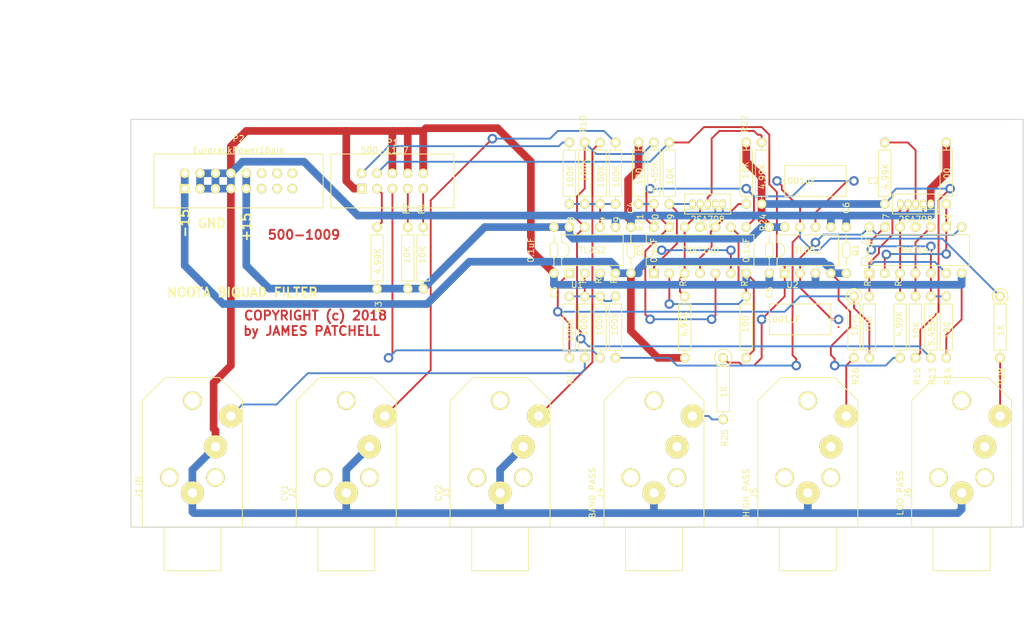
<source format=kicad_pcb>
(kicad_pcb (version 4) (host pcbnew 4.0.7)

  (general
    (links 121)
    (no_connects 0)
    (area 85.824287 63.34 254.075001 170.340001)
    (thickness 1.6)
    (drawings 22)
    (tracks 427)
    (zones 0)
    (modules 48)
    (nets 35)
  )

  (page A)
  (layers
    (0 F.Cu signal)
    (31 B.Cu signal)
    (32 B.Adhes user)
    (33 F.Adhes user)
    (34 B.Paste user)
    (35 F.Paste user)
    (36 B.SilkS user)
    (37 F.SilkS user)
    (38 B.Mask user)
    (39 F.Mask user)
    (40 Dwgs.User user)
    (41 Cmts.User user)
    (42 Eco1.User user)
    (43 Eco2.User user)
    (44 Edge.Cuts user)
    (45 Margin user)
    (46 B.CrtYd user)
    (47 F.CrtYd user)
    (48 B.Fab user)
    (49 F.Fab user)
  )

  (setup
    (last_trace_width 0.3048)
    (trace_clearance 0.1524)
    (zone_clearance 0.508)
    (zone_45_only no)
    (trace_min 0.2)
    (segment_width 0.2)
    (edge_width 0.15)
    (via_size 1.5748)
    (via_drill 0.9144)
    (via_min_size 0.4)
    (via_min_drill 0.3)
    (uvia_size 0.3)
    (uvia_drill 0.1)
    (uvias_allowed no)
    (uvia_min_size 0.2)
    (uvia_min_drill 0.1)
    (pcb_text_width 0.3)
    (pcb_text_size 1.5 1.5)
    (mod_edge_width 0.15)
    (mod_text_size 1 1)
    (mod_text_width 0.15)
    (pad_size 1.524 1.524)
    (pad_drill 0.762)
    (pad_to_mask_clearance 0.2)
    (aux_axis_origin 0 0)
    (visible_elements 7FFFEFFF)
    (pcbplotparams
      (layerselection 0x00030_80000001)
      (usegerberextensions false)
      (excludeedgelayer true)
      (linewidth 0.100000)
      (plotframeref false)
      (viasonmask false)
      (mode 1)
      (useauxorigin false)
      (hpglpennumber 1)
      (hpglpenspeed 20)
      (hpglpendiameter 15)
      (hpglpenoverlay 2)
      (psnegative false)
      (psa4output false)
      (plotreference true)
      (plotvalue true)
      (plotinvisibletext false)
      (padsonsilk false)
      (subtractmaskfromsilk false)
      (outputformat 1)
      (mirror false)
      (drillshape 1)
      (scaleselection 1)
      (outputdirectory ""))
  )

  (net 0 "")
  (net 1 "Net-(C1-Pad1)")
  (net 2 "Net-(C1-Pad2)")
  (net 3 "Net-(C2-Pad1)")
  (net 4 "Net-(C2-Pad2)")
  (net 5 GND)
  (net 6 "Net-(J1-Pad3)")
  (net 7 "Net-(J2-Pad3)")
  (net 8 "Net-(J3-Pad3)")
  (net 9 "Net-(J4-Pad3)")
  (net 10 "Net-(J5-Pad3)")
  (net 11 "Net-(J6-Pad3)")
  (net 12 "Net-(P1-Pad2)")
  (net 13 "Net-(P1-Pad3)")
  (net 14 "Net-(P1-Pad5)")
  (net 15 "Net-(P1-Pad7)")
  (net 16 "Net-(P1-Pad9)")
  (net 17 "Net-(Q1-Pad1)")
  (net 18 "Net-(Q1-Pad13)")
  (net 19 "Net-(Q1-Pad2)")
  (net 20 "Net-(Q1-Pad12)")
  (net 21 "Net-(Q1-Pad10)")
  (net 22 "Net-(Q2-Pad3)")
  (net 23 "Net-(Q3-Pad1)")
  (net 24 "Net-(Q3-Pad13)")
  (net 25 "Net-(Q3-Pad2)")
  (net 26 "Net-(Q3-Pad12)")
  (net 27 "Net-(Q3-Pad10)")
  (net 28 "Net-(Q4-Pad3)")
  (net 29 +15V0)
  (net 30 "Net-(R10-Pad2)")
  (net 31 "Net-(R11-Pad2)")
  (net 32 "Net-(R10-Pad1)")
  (net 33 "Net-(R11-Pad1)")
  (net 34 -15V0)

  (net_class Default "This is the default net class."
    (clearance 0.1524)
    (trace_width 0.3048)
    (via_dia 1.5748)
    (via_drill 0.9144)
    (uvia_dia 0.3)
    (uvia_drill 0.1)
    (add_net "Net-(C1-Pad1)")
    (add_net "Net-(C1-Pad2)")
    (add_net "Net-(C2-Pad1)")
    (add_net "Net-(C2-Pad2)")
    (add_net "Net-(J1-Pad3)")
    (add_net "Net-(J2-Pad3)")
    (add_net "Net-(J3-Pad3)")
    (add_net "Net-(J4-Pad3)")
    (add_net "Net-(J5-Pad3)")
    (add_net "Net-(J6-Pad3)")
    (add_net "Net-(P1-Pad2)")
    (add_net "Net-(P1-Pad3)")
    (add_net "Net-(P1-Pad5)")
    (add_net "Net-(P1-Pad7)")
    (add_net "Net-(P1-Pad9)")
    (add_net "Net-(Q1-Pad1)")
    (add_net "Net-(Q1-Pad10)")
    (add_net "Net-(Q1-Pad12)")
    (add_net "Net-(Q1-Pad13)")
    (add_net "Net-(Q1-Pad2)")
    (add_net "Net-(Q2-Pad3)")
    (add_net "Net-(Q3-Pad1)")
    (add_net "Net-(Q3-Pad10)")
    (add_net "Net-(Q3-Pad12)")
    (add_net "Net-(Q3-Pad13)")
    (add_net "Net-(Q3-Pad2)")
    (add_net "Net-(Q4-Pad3)")
    (add_net "Net-(R10-Pad1)")
    (add_net "Net-(R10-Pad2)")
    (add_net "Net-(R11-Pad1)")
    (add_net "Net-(R11-Pad2)")
  )

  (net_class POWER ""
    (clearance 0.1524)
    (trace_width 1.27)
    (via_dia 1.5748)
    (via_drill 0.9144)
    (uvia_dia 0.3)
    (uvia_drill 0.1)
    (add_net +15V0)
    (add_net -15V0)
    (add_net GND)
  )

  (module FootPrints:CAP-AXIAL-0.5x0.2 (layer F.Cu) (tedit 58BF5972) (tstamp 5B36C741)
    (at 218.44 113.03 180)
    (path /5B32C446)
    (fp_text reference C1 (at -8.255 -2.54 180) (layer F.SilkS)
      (effects (font (size 1 1) (thickness 0.15)))
    )
    (fp_text value .001uF (at 3.81 -2.54 180) (layer F.SilkS)
      (effects (font (size 1 1) (thickness 0.15)))
    )
    (fp_line (start 6.35 -5.08) (end -3.81 -5.08) (layer F.SilkS) (width 0.15))
    (fp_line (start -3.81 -5.08) (end -3.81 0) (layer F.SilkS) (width 0.15))
    (fp_line (start -3.81 0) (end 6.35 0) (layer F.SilkS) (width 0.15))
    (fp_line (start 6.35 0) (end 6.35 -5.08) (layer F.SilkS) (width 0.15))
    (fp_line (start 6.35 -2.54) (end 6.985 -2.54) (layer F.SilkS) (width 0.15))
    (fp_line (start -3.81 -2.54) (end -4.445 -2.54) (layer F.SilkS) (width 0.15))
    (pad 1 thru_hole circle (at -5.08 -2.54 180) (size 1.5748 1.5748) (drill 0.9144) (layers *.Cu *.Mask)
      (net 1 "Net-(C1-Pad1)"))
    (pad 2 thru_hole circle (at 7.62 -2.54 180) (size 1.5748 1.5748) (drill 0.9144) (layers *.Cu *.Mask)
      (net 2 "Net-(C1-Pad2)"))
  )

  (module FootPrints:CAP-AXIAL-0.5x0.2 (layer F.Cu) (tedit 58BF5972) (tstamp 5B36C747)
    (at 220.98 90.17 180)
    (path /5B32C4AC)
    (fp_text reference C2 (at -8.255 -2.54 180) (layer F.SilkS)
      (effects (font (size 1 1) (thickness 0.15)))
    )
    (fp_text value .001uF (at 3.81 -2.54 180) (layer F.SilkS)
      (effects (font (size 1 1) (thickness 0.15)))
    )
    (fp_line (start 6.35 -5.08) (end -3.81 -5.08) (layer F.SilkS) (width 0.15))
    (fp_line (start -3.81 -5.08) (end -3.81 0) (layer F.SilkS) (width 0.15))
    (fp_line (start -3.81 0) (end 6.35 0) (layer F.SilkS) (width 0.15))
    (fp_line (start 6.35 0) (end 6.35 -5.08) (layer F.SilkS) (width 0.15))
    (fp_line (start 6.35 -2.54) (end 6.985 -2.54) (layer F.SilkS) (width 0.15))
    (fp_line (start -3.81 -2.54) (end -4.445 -2.54) (layer F.SilkS) (width 0.15))
    (pad 1 thru_hole circle (at -5.08 -2.54 180) (size 1.5748 1.5748) (drill 0.9144) (layers *.Cu *.Mask)
      (net 3 "Net-(C2-Pad1)"))
    (pad 2 thru_hole circle (at 7.62 -2.54 180) (size 1.5748 1.5748) (drill 0.9144) (layers *.Cu *.Mask)
      (net 4 "Net-(C2-Pad2)"))
  )

  (module FootPrints:PHONE-SC112A (layer F.Cu) (tedit 5B3A87E5) (tstamp 5B36C751)
    (at 116.84 149.86 270)
    (path /5B32DB7C)
    (fp_text reference J1 (at -5.6388 8.89 270) (layer F.SilkS)
      (effects (font (size 1 1) (thickness 0.15)))
    )
    (fp_text value IN (at -7.62 8.89 270) (layer F.SilkS)
      (effects (font (size 1 1) (thickness 0.15)))
    )
    (fp_line (start 0 -4.699) (end 7.1882 -4.699) (layer F.SilkS) (width 0.15))
    (fp_line (start 7.1882 -4.699) (end 7.1882 4.699) (layer F.SilkS) (width 0.15))
    (fp_line (start 7.1882 4.699) (end 0 4.699) (layer F.SilkS) (width 0.15))
    (fp_line (start -24.6888 4.445) (end -24.6888 -4.445) (layer F.SilkS) (width 0.15))
    (fp_line (start -24.6888 -4.445) (end -20.8788 -8.255) (layer F.SilkS) (width 0.15))
    (fp_line (start -20.8788 -8.255) (end 0 -8.255) (layer F.SilkS) (width 0.15))
    (fp_line (start 0 -8.255) (end 0 8.255) (layer F.SilkS) (width 0.15))
    (fp_line (start 0 8.255) (end -20.8788 8.255) (layer F.SilkS) (width 0.15))
    (fp_line (start -20.8788 8.255) (end -24.6888 4.445) (layer F.SilkS) (width 0.15))
    (pad 1 thru_hole circle (at -5.6388 0 270) (size 3.81 3.81) (drill 1.524) (layers *.Cu *.Mask F.SilkS)
      (net 5 GND))
    (pad "" thru_hole circle (at -8.1788 -3.81 270) (size 3.048 3.048) (drill 2.413) (layers *.Cu *.Mask F.SilkS))
    (pad 2 thru_hole circle (at -13.2588 -3.81 270) (size 3.81 3.81) (drill 1.524) (layers *.Cu *.Mask F.SilkS)
      (net 5 GND))
    (pad 3 thru_hole circle (at -18.3388 -6.35 270) (size 3.81 3.81) (drill 1.524) (layers *.Cu *.Mask F.SilkS)
      (net 6 "Net-(J1-Pad3)"))
    (pad "" thru_hole circle (at -20.8788 0 270) (size 3.048 3.048) (drill 2.413) (layers *.Cu *.Mask F.SilkS))
    (pad "" thru_hole circle (at -8.1788 3.81 270) (size 3.048 3.048) (drill 2.413) (layers *.Cu *.Mask F.SilkS))
  )

  (module FootPrints:PHONE-SC112A (layer F.Cu) (tedit 5B3A8801) (tstamp 5B36C75B)
    (at 142.24 149.86 270)
    (path /5B32E757)
    (fp_text reference J2 (at -5.6388 8.89 270) (layer F.SilkS)
      (effects (font (size 1 1) (thickness 0.15)))
    )
    (fp_text value CV1 (at -5.6388 10.16 270) (layer F.SilkS)
      (effects (font (size 1 1) (thickness 0.15)))
    )
    (fp_line (start 0 -4.699) (end 7.1882 -4.699) (layer F.SilkS) (width 0.15))
    (fp_line (start 7.1882 -4.699) (end 7.1882 4.699) (layer F.SilkS) (width 0.15))
    (fp_line (start 7.1882 4.699) (end 0 4.699) (layer F.SilkS) (width 0.15))
    (fp_line (start -24.6888 4.445) (end -24.6888 -4.445) (layer F.SilkS) (width 0.15))
    (fp_line (start -24.6888 -4.445) (end -20.8788 -8.255) (layer F.SilkS) (width 0.15))
    (fp_line (start -20.8788 -8.255) (end 0 -8.255) (layer F.SilkS) (width 0.15))
    (fp_line (start 0 -8.255) (end 0 8.255) (layer F.SilkS) (width 0.15))
    (fp_line (start 0 8.255) (end -20.8788 8.255) (layer F.SilkS) (width 0.15))
    (fp_line (start -20.8788 8.255) (end -24.6888 4.445) (layer F.SilkS) (width 0.15))
    (pad 1 thru_hole circle (at -5.6388 0 270) (size 3.81 3.81) (drill 1.524) (layers *.Cu *.Mask F.SilkS)
      (net 5 GND))
    (pad "" thru_hole circle (at -8.1788 -3.81 270) (size 3.048 3.048) (drill 2.413) (layers *.Cu *.Mask F.SilkS))
    (pad 2 thru_hole circle (at -13.2588 -3.81 270) (size 3.81 3.81) (drill 1.524) (layers *.Cu *.Mask F.SilkS)
      (net 5 GND))
    (pad 3 thru_hole circle (at -18.3388 -6.35 270) (size 3.81 3.81) (drill 1.524) (layers *.Cu *.Mask F.SilkS)
      (net 7 "Net-(J2-Pad3)"))
    (pad "" thru_hole circle (at -20.8788 0 270) (size 3.048 3.048) (drill 2.413) (layers *.Cu *.Mask F.SilkS))
    (pad "" thru_hole circle (at -8.1788 3.81 270) (size 3.048 3.048) (drill 2.413) (layers *.Cu *.Mask F.SilkS))
  )

  (module FootPrints:PHONE-SC112A (layer F.Cu) (tedit 5B3A8812) (tstamp 5B36C765)
    (at 167.64 149.86 270)
    (path /5B32E8A3)
    (fp_text reference J3 (at -5.6388 8.89 270) (layer F.SilkS)
      (effects (font (size 1 1) (thickness 0.15)))
    )
    (fp_text value CV2 (at -5.6388 10.16 270) (layer F.SilkS)
      (effects (font (size 1 1) (thickness 0.15)))
    )
    (fp_line (start 0 -4.699) (end 7.1882 -4.699) (layer F.SilkS) (width 0.15))
    (fp_line (start 7.1882 -4.699) (end 7.1882 4.699) (layer F.SilkS) (width 0.15))
    (fp_line (start 7.1882 4.699) (end 0 4.699) (layer F.SilkS) (width 0.15))
    (fp_line (start -24.6888 4.445) (end -24.6888 -4.445) (layer F.SilkS) (width 0.15))
    (fp_line (start -24.6888 -4.445) (end -20.8788 -8.255) (layer F.SilkS) (width 0.15))
    (fp_line (start -20.8788 -8.255) (end 0 -8.255) (layer F.SilkS) (width 0.15))
    (fp_line (start 0 -8.255) (end 0 8.255) (layer F.SilkS) (width 0.15))
    (fp_line (start 0 8.255) (end -20.8788 8.255) (layer F.SilkS) (width 0.15))
    (fp_line (start -20.8788 8.255) (end -24.6888 4.445) (layer F.SilkS) (width 0.15))
    (pad 1 thru_hole circle (at -5.6388 0 270) (size 3.81 3.81) (drill 1.524) (layers *.Cu *.Mask F.SilkS)
      (net 5 GND))
    (pad "" thru_hole circle (at -8.1788 -3.81 270) (size 3.048 3.048) (drill 2.413) (layers *.Cu *.Mask F.SilkS))
    (pad 2 thru_hole circle (at -13.2588 -3.81 270) (size 3.81 3.81) (drill 1.524) (layers *.Cu *.Mask F.SilkS)
      (net 5 GND))
    (pad 3 thru_hole circle (at -18.3388 -6.35 270) (size 3.81 3.81) (drill 1.524) (layers *.Cu *.Mask F.SilkS)
      (net 8 "Net-(J3-Pad3)"))
    (pad "" thru_hole circle (at -20.8788 0 270) (size 3.048 3.048) (drill 2.413) (layers *.Cu *.Mask F.SilkS))
    (pad "" thru_hole circle (at -8.1788 3.81 270) (size 3.048 3.048) (drill 2.413) (layers *.Cu *.Mask F.SilkS))
  )

  (module FootPrints:PHONE-SC112A (layer F.Cu) (tedit 5B3A8872) (tstamp 5B36C76F)
    (at 193.04 149.86 270)
    (path /5B330234)
    (fp_text reference J4 (at -5.6388 8.89 270) (layer F.SilkS)
      (effects (font (size 1 1) (thickness 0.15)))
    )
    (fp_text value "BAND PASS" (at -5.6388 10.16 270) (layer F.SilkS)
      (effects (font (size 1 1) (thickness 0.15)))
    )
    (fp_line (start 0 -4.699) (end 7.1882 -4.699) (layer F.SilkS) (width 0.15))
    (fp_line (start 7.1882 -4.699) (end 7.1882 4.699) (layer F.SilkS) (width 0.15))
    (fp_line (start 7.1882 4.699) (end 0 4.699) (layer F.SilkS) (width 0.15))
    (fp_line (start -24.6888 4.445) (end -24.6888 -4.445) (layer F.SilkS) (width 0.15))
    (fp_line (start -24.6888 -4.445) (end -20.8788 -8.255) (layer F.SilkS) (width 0.15))
    (fp_line (start -20.8788 -8.255) (end 0 -8.255) (layer F.SilkS) (width 0.15))
    (fp_line (start 0 -8.255) (end 0 8.255) (layer F.SilkS) (width 0.15))
    (fp_line (start 0 8.255) (end -20.8788 8.255) (layer F.SilkS) (width 0.15))
    (fp_line (start -20.8788 8.255) (end -24.6888 4.445) (layer F.SilkS) (width 0.15))
    (pad 1 thru_hole circle (at -5.6388 0 270) (size 3.81 3.81) (drill 1.524) (layers *.Cu *.Mask F.SilkS)
      (net 5 GND))
    (pad "" thru_hole circle (at -8.1788 -3.81 270) (size 3.048 3.048) (drill 2.413) (layers *.Cu *.Mask F.SilkS))
    (pad 2 thru_hole circle (at -13.2588 -3.81 270) (size 3.81 3.81) (drill 1.524) (layers *.Cu *.Mask F.SilkS))
    (pad 3 thru_hole circle (at -18.3388 -6.35 270) (size 3.81 3.81) (drill 1.524) (layers *.Cu *.Mask F.SilkS)
      (net 9 "Net-(J4-Pad3)"))
    (pad "" thru_hole circle (at -20.8788 0 270) (size 3.048 3.048) (drill 2.413) (layers *.Cu *.Mask F.SilkS))
    (pad "" thru_hole circle (at -8.1788 3.81 270) (size 3.048 3.048) (drill 2.413) (layers *.Cu *.Mask F.SilkS))
  )

  (module FootPrints:PHONE-SC112A (layer F.Cu) (tedit 5B3A882E) (tstamp 5B36C779)
    (at 218.44 149.86 270)
    (path /5B33004C)
    (fp_text reference J5 (at -5.6388 8.89 270) (layer F.SilkS)
      (effects (font (size 1 1) (thickness 0.15)))
    )
    (fp_text value "HIGH PASS" (at -5.6388 10.16 270) (layer F.SilkS)
      (effects (font (size 1 1) (thickness 0.15)))
    )
    (fp_line (start 0 -4.699) (end 7.1882 -4.699) (layer F.SilkS) (width 0.15))
    (fp_line (start 7.1882 -4.699) (end 7.1882 4.699) (layer F.SilkS) (width 0.15))
    (fp_line (start 7.1882 4.699) (end 0 4.699) (layer F.SilkS) (width 0.15))
    (fp_line (start -24.6888 4.445) (end -24.6888 -4.445) (layer F.SilkS) (width 0.15))
    (fp_line (start -24.6888 -4.445) (end -20.8788 -8.255) (layer F.SilkS) (width 0.15))
    (fp_line (start -20.8788 -8.255) (end 0 -8.255) (layer F.SilkS) (width 0.15))
    (fp_line (start 0 -8.255) (end 0 8.255) (layer F.SilkS) (width 0.15))
    (fp_line (start 0 8.255) (end -20.8788 8.255) (layer F.SilkS) (width 0.15))
    (fp_line (start -20.8788 8.255) (end -24.6888 4.445) (layer F.SilkS) (width 0.15))
    (pad 1 thru_hole circle (at -5.6388 0 270) (size 3.81 3.81) (drill 1.524) (layers *.Cu *.Mask F.SilkS)
      (net 5 GND))
    (pad "" thru_hole circle (at -8.1788 -3.81 270) (size 3.048 3.048) (drill 2.413) (layers *.Cu *.Mask F.SilkS))
    (pad 2 thru_hole circle (at -13.2588 -3.81 270) (size 3.81 3.81) (drill 1.524) (layers *.Cu *.Mask F.SilkS))
    (pad 3 thru_hole circle (at -18.3388 -6.35 270) (size 3.81 3.81) (drill 1.524) (layers *.Cu *.Mask F.SilkS)
      (net 10 "Net-(J5-Pad3)"))
    (pad "" thru_hole circle (at -20.8788 0 270) (size 3.048 3.048) (drill 2.413) (layers *.Cu *.Mask F.SilkS))
    (pad "" thru_hole circle (at -8.1788 3.81 270) (size 3.048 3.048) (drill 2.413) (layers *.Cu *.Mask F.SilkS))
  )

  (module FootPrints:PHONE-SC112A (layer F.Cu) (tedit 5B3A883F) (tstamp 5B36C783)
    (at 243.84 149.86 270)
    (path /5B3302D7)
    (fp_text reference J6 (at -5.6388 8.89 270) (layer F.SilkS)
      (effects (font (size 1 1) (thickness 0.15)))
    )
    (fp_text value "LOO PASS" (at -5.6388 10.16 270) (layer F.SilkS)
      (effects (font (size 1 1) (thickness 0.15)))
    )
    (fp_line (start 0 -4.699) (end 7.1882 -4.699) (layer F.SilkS) (width 0.15))
    (fp_line (start 7.1882 -4.699) (end 7.1882 4.699) (layer F.SilkS) (width 0.15))
    (fp_line (start 7.1882 4.699) (end 0 4.699) (layer F.SilkS) (width 0.15))
    (fp_line (start -24.6888 4.445) (end -24.6888 -4.445) (layer F.SilkS) (width 0.15))
    (fp_line (start -24.6888 -4.445) (end -20.8788 -8.255) (layer F.SilkS) (width 0.15))
    (fp_line (start -20.8788 -8.255) (end 0 -8.255) (layer F.SilkS) (width 0.15))
    (fp_line (start 0 -8.255) (end 0 8.255) (layer F.SilkS) (width 0.15))
    (fp_line (start 0 8.255) (end -20.8788 8.255) (layer F.SilkS) (width 0.15))
    (fp_line (start -20.8788 8.255) (end -24.6888 4.445) (layer F.SilkS) (width 0.15))
    (pad 1 thru_hole circle (at -5.6388 0 270) (size 3.81 3.81) (drill 1.524) (layers *.Cu *.Mask F.SilkS)
      (net 5 GND))
    (pad "" thru_hole circle (at -8.1788 -3.81 270) (size 3.048 3.048) (drill 2.413) (layers *.Cu *.Mask F.SilkS))
    (pad 2 thru_hole circle (at -13.2588 -3.81 270) (size 3.81 3.81) (drill 1.524) (layers *.Cu *.Mask F.SilkS))
    (pad 3 thru_hole circle (at -18.3388 -6.35 270) (size 3.81 3.81) (drill 1.524) (layers *.Cu *.Mask F.SilkS)
      (net 11 "Net-(J6-Pad3)"))
    (pad "" thru_hole circle (at -20.8788 0 270) (size 3.048 3.048) (drill 2.413) (layers *.Cu *.Mask F.SilkS))
    (pad "" thru_hole circle (at -8.1788 3.81 270) (size 3.048 3.048) (drill 2.413) (layers *.Cu *.Mask F.SilkS))
  )

  (module FootPrints:IDC5x2_Vert (layer F.Cu) (tedit 58C2383B) (tstamp 5B36C791)
    (at 149.86 92.71 180)
    (path /5B35773D)
    (fp_text reference P1 (at 0 6.35 180) (layer F.SilkS)
      (effects (font (size 1 1) (thickness 0.15)))
    )
    (fp_text value 500-1117 (at 1.27 5.08 180) (layer F.SilkS)
      (effects (font (size 1 1) (thickness 0.15)))
    )
    (fp_line (start 10.16 4.445) (end 10.16 2.54) (layer F.SilkS) (width 0.15))
    (fp_line (start -10.16 4.445) (end 10.16 4.445) (layer F.SilkS) (width 0.15))
    (fp_line (start -10.16 2.54) (end -10.16 4.445) (layer F.SilkS) (width 0.15))
    (fp_line (start 10.16 -4.445) (end 10.16 -2.54) (layer F.SilkS) (width 0.15))
    (fp_line (start -10.16 -4.445) (end 10.16 -4.445) (layer F.SilkS) (width 0.15))
    (fp_line (start -10.16 -2.54) (end -10.16 -4.445) (layer F.SilkS) (width 0.15))
    (fp_line (start -10.16 2.54) (end -10.16 -2.54) (layer F.SilkS) (width 0.15))
    (fp_line (start 10.16 -2.54) (end 10.16 2.54) (layer F.SilkS) (width 0.15))
    (pad 1 thru_hole rect (at 5.08 -1.27 180) (size 1.5748 1.5748) (drill 0.9144) (layers *.Cu *.Mask F.SilkS)
      (net 5 GND))
    (pad 2 thru_hole circle (at 5.08 1.27 180) (size 1.5748 1.5748) (drill 0.9144) (layers *.Cu *.Mask F.SilkS)
      (net 12 "Net-(P1-Pad2)"))
    (pad 3 thru_hole circle (at 2.54 -1.27 180) (size 1.5748 1.5748) (drill 0.9144) (layers *.Cu *.Mask F.SilkS)
      (net 13 "Net-(P1-Pad3)"))
    (pad 4 thru_hole circle (at 2.54 1.27 180) (size 1.5748 1.5748) (drill 0.9144) (layers *.Cu *.Mask F.SilkS)
      (net 2 "Net-(C1-Pad2)"))
    (pad 5 thru_hole circle (at 0 -1.27 180) (size 1.5748 1.5748) (drill 0.9144) (layers *.Cu *.Mask F.SilkS)
      (net 14 "Net-(P1-Pad5)"))
    (pad 6 thru_hole circle (at 0 1.27 180) (size 1.5748 1.5748) (drill 0.9144) (layers *.Cu *.Mask F.SilkS)
      (net 5 GND))
    (pad 7 thru_hole circle (at -2.54 -1.27 180) (size 1.5748 1.5748) (drill 0.9144) (layers *.Cu *.Mask F.SilkS)
      (net 15 "Net-(P1-Pad7)"))
    (pad 8 thru_hole circle (at -2.54 1.27 180) (size 1.5748 1.5748) (drill 0.9144) (layers *.Cu *.Mask F.SilkS)
      (net 5 GND))
    (pad 9 thru_hole circle (at -5.08 -1.27 180) (size 1.5748 1.5748) (drill 0.9144) (layers *.Cu *.Mask F.SilkS)
      (net 16 "Net-(P1-Pad9)"))
    (pad 10 thru_hole circle (at -5.08 1.27 180) (size 1.5748 1.5748) (drill 0.9144) (layers *.Cu *.Mask F.SilkS)
      (net 5 GND))
  )

  (module FootPrints:DIP-14.3 (layer F.Cu) (tedit 58BE0FEF) (tstamp 5B36C7A3)
    (at 236.22 104.14)
    (path /5B3190A9)
    (fp_text reference Q1 (at -9.9074 0 90) (layer F.SilkS)
      (effects (font (size 1 1) (thickness 0.15)))
    )
    (fp_text value THAT140 (at 0 0) (layer F.SilkS)
      (effects (font (size 1 1) (thickness 0.15)))
    )
    (fp_line (start 8.89 -2.54) (end 8.89 2.54) (layer F.SilkS) (width 0.15))
    (fp_line (start -8.89 1.27) (end -8.89 2.54) (layer F.SilkS) (width 0.15))
    (fp_line (start -8.89 -2.54) (end -8.89 -1.27) (layer F.SilkS) (width 0.15))
    (fp_arc (start -8.89 0) (end -8.89 -1.27) (angle 90) (layer F.SilkS) (width 0.15))
    (fp_arc (start -8.89 0) (end -7.62 0) (angle 90) (layer F.SilkS) (width 0.15))
    (fp_line (start -8.89 -2.54) (end 8.89 -2.54) (layer F.SilkS) (width 0.15))
    (fp_line (start -8.89 2.54) (end 8.89 2.54) (layer F.SilkS) (width 0.15))
    (fp_line (start -9.05 -5.25) (end 9.05 -5.25) (layer F.CrtYd) (width 0.05))
    (fp_line (start 9.05 -5.25) (end 9.05 5.25) (layer F.CrtYd) (width 0.05))
    (fp_line (start 9.05 5.25) (end -9.05 5.25) (layer F.CrtYd) (width 0.05))
    (fp_line (start -9.05 5.25) (end -9.05 -5.25) (layer F.CrtYd) (width 0.05))
    (pad 14 thru_hole circle (at -7.62 -3.81) (size 1.5748 1.5748) (drill 0.9144) (layers *.Cu *.Mask F.SilkS)
      (net 1 "Net-(C1-Pad1)"))
    (pad 1 thru_hole rect (at -7.62 3.81) (size 1.5748 1.5748) (drill 0.9144) (layers *.Cu *.Mask F.SilkS)
      (net 17 "Net-(Q1-Pad1)"))
    (pad 13 thru_hole circle (at -5.08 -3.81) (size 1.5748 1.5748) (drill 0.9144) (layers *.Cu *.Mask F.SilkS)
      (net 18 "Net-(Q1-Pad13)"))
    (pad 2 thru_hole circle (at -5.08 3.81) (size 1.5748 1.5748) (drill 0.9144) (layers *.Cu *.Mask F.SilkS)
      (net 19 "Net-(Q1-Pad2)"))
    (pad 12 thru_hole circle (at -2.54 -3.81) (size 1.5748 1.5748) (drill 0.9144) (layers *.Cu *.Mask F.SilkS)
      (net 20 "Net-(Q1-Pad12)"))
    (pad 3 thru_hole circle (at -2.54 3.81) (size 1.5748 1.5748) (drill 0.9144) (layers *.Cu *.Mask F.SilkS)
      (net 20 "Net-(Q1-Pad12)"))
    (pad 11 thru_hole circle (at 0 -3.81) (size 1.5748 1.5748) (drill 0.9144) (layers *.Cu *.Mask F.SilkS))
    (pad 4 thru_hole circle (at 0 3.81) (size 1.5748 1.5748) (drill 0.9144) (layers *.Cu *.Mask F.SilkS)
      (net 21 "Net-(Q1-Pad10)"))
    (pad 10 thru_hole circle (at 2.54 -3.81) (size 1.5748 1.5748) (drill 0.9144) (layers *.Cu *.Mask F.SilkS)
      (net 21 "Net-(Q1-Pad10)"))
    (pad 5 thru_hole circle (at 2.54 3.81) (size 1.5748 1.5748) (drill 0.9144) (layers *.Cu *.Mask F.SilkS)
      (net 18 "Net-(Q1-Pad13)"))
    (pad 9 thru_hole circle (at 5.08 -3.81) (size 1.5748 1.5748) (drill 0.9144) (layers *.Cu *.Mask F.SilkS)
      (net 19 "Net-(Q1-Pad2)"))
    (pad 6 thru_hole circle (at 5.08 3.81) (size 1.5748 1.5748) (drill 0.9144) (layers *.Cu *.Mask F.SilkS)
      (net 17 "Net-(Q1-Pad1)"))
    (pad 8 thru_hole circle (at 7.62 -3.81) (size 1.5748 1.5748) (drill 0.9144) (layers *.Cu *.Mask F.SilkS)
      (net 1 "Net-(C1-Pad1)"))
    (pad 7 thru_hole circle (at 7.62 3.81) (size 1.5748 1.5748) (drill 0.9144) (layers *.Cu *.Mask F.SilkS)
      (net 5 GND))
  )

  (module FootPrints:2SA798 (layer F.Cu) (tedit 57316558) (tstamp 5B36C7AC)
    (at 236.24 96.52)
    (path /5B3191B8)
    (fp_text reference Q2 (at 0 3.81) (layer F.SilkS)
      (effects (font (size 1 1) (thickness 0.15)))
    )
    (fp_text value 2SA798 (at 0 2.54) (layer F.SilkS)
      (effects (font (size 1 1) (thickness 0.15)))
    )
    (fp_line (start -3.81 0.889) (end 3.81 0.889) (layer F.SilkS) (width 0.15))
    (fp_line (start -3.81 1.651) (end -3.81 -1.651) (layer F.SilkS) (width 0.15))
    (fp_line (start 3.81 1.651) (end -3.81 1.651) (layer F.SilkS) (width 0.15))
    (fp_line (start 3.81 -1.651) (end 3.81 1.651) (layer F.SilkS) (width 0.15))
    (fp_line (start -3.81 -1.651) (end 3.81 -1.651) (layer F.SilkS) (width 0.15))
    (pad 1 thru_hole oval (at -2.5 0) (size 1.0668 1.524) (drill 0.7112) (layers *.Cu *.Mask F.SilkS)
      (net 17 "Net-(Q1-Pad1)"))
    (pad 2 thru_hole oval (at -1.25 0) (size 1.0668 1.524) (drill 0.7112) (layers *.Cu *.Mask F.SilkS)
      (net 20 "Net-(Q1-Pad12)"))
    (pad 3 thru_hole oval (at 0 0) (size 1.0668 1.524) (drill 0.7112) (layers *.Cu *.Mask F.SilkS)
      (net 22 "Net-(Q2-Pad3)"))
    (pad 4 thru_hole oval (at 1.25 0) (size 1.0668 1.524) (drill 0.7112) (layers *.Cu *.Mask F.SilkS)
      (net 5 GND))
    (pad 5 thru_hole oval (at 2.5 0) (size 1.0668 1.524) (drill 0.7112) (layers *.Cu *.Mask F.SilkS)
      (net 5 GND))
  )

  (module FootPrints:DIP-14.3 (layer F.Cu) (tedit 58BE0FEF) (tstamp 5B36C7BE)
    (at 200.66 104.14)
    (path /5B31CBC5)
    (fp_text reference Q3 (at -9.9074 0 90) (layer F.SilkS)
      (effects (font (size 1 1) (thickness 0.15)))
    )
    (fp_text value THAT140 (at 0 0) (layer F.SilkS)
      (effects (font (size 1 1) (thickness 0.15)))
    )
    (fp_line (start 8.89 -2.54) (end 8.89 2.54) (layer F.SilkS) (width 0.15))
    (fp_line (start -8.89 1.27) (end -8.89 2.54) (layer F.SilkS) (width 0.15))
    (fp_line (start -8.89 -2.54) (end -8.89 -1.27) (layer F.SilkS) (width 0.15))
    (fp_arc (start -8.89 0) (end -8.89 -1.27) (angle 90) (layer F.SilkS) (width 0.15))
    (fp_arc (start -8.89 0) (end -7.62 0) (angle 90) (layer F.SilkS) (width 0.15))
    (fp_line (start -8.89 -2.54) (end 8.89 -2.54) (layer F.SilkS) (width 0.15))
    (fp_line (start -8.89 2.54) (end 8.89 2.54) (layer F.SilkS) (width 0.15))
    (fp_line (start -9.05 -5.25) (end 9.05 -5.25) (layer F.CrtYd) (width 0.05))
    (fp_line (start 9.05 -5.25) (end 9.05 5.25) (layer F.CrtYd) (width 0.05))
    (fp_line (start 9.05 5.25) (end -9.05 5.25) (layer F.CrtYd) (width 0.05))
    (fp_line (start -9.05 5.25) (end -9.05 -5.25) (layer F.CrtYd) (width 0.05))
    (pad 14 thru_hole circle (at -7.62 -3.81) (size 1.5748 1.5748) (drill 0.9144) (layers *.Cu *.Mask F.SilkS)
      (net 3 "Net-(C2-Pad1)"))
    (pad 1 thru_hole rect (at -7.62 3.81) (size 1.5748 1.5748) (drill 0.9144) (layers *.Cu *.Mask F.SilkS)
      (net 23 "Net-(Q3-Pad1)"))
    (pad 13 thru_hole circle (at -5.08 -3.81) (size 1.5748 1.5748) (drill 0.9144) (layers *.Cu *.Mask F.SilkS)
      (net 24 "Net-(Q3-Pad13)"))
    (pad 2 thru_hole circle (at -5.08 3.81) (size 1.5748 1.5748) (drill 0.9144) (layers *.Cu *.Mask F.SilkS)
      (net 25 "Net-(Q3-Pad2)"))
    (pad 12 thru_hole circle (at -2.54 -3.81) (size 1.5748 1.5748) (drill 0.9144) (layers *.Cu *.Mask F.SilkS)
      (net 26 "Net-(Q3-Pad12)"))
    (pad 3 thru_hole circle (at -2.54 3.81) (size 1.5748 1.5748) (drill 0.9144) (layers *.Cu *.Mask F.SilkS)
      (net 26 "Net-(Q3-Pad12)"))
    (pad 11 thru_hole circle (at 0 -3.81) (size 1.5748 1.5748) (drill 0.9144) (layers *.Cu *.Mask F.SilkS))
    (pad 4 thru_hole circle (at 0 3.81) (size 1.5748 1.5748) (drill 0.9144) (layers *.Cu *.Mask F.SilkS)
      (net 27 "Net-(Q3-Pad10)"))
    (pad 10 thru_hole circle (at 2.54 -3.81) (size 1.5748 1.5748) (drill 0.9144) (layers *.Cu *.Mask F.SilkS)
      (net 27 "Net-(Q3-Pad10)"))
    (pad 5 thru_hole circle (at 2.54 3.81) (size 1.5748 1.5748) (drill 0.9144) (layers *.Cu *.Mask F.SilkS)
      (net 24 "Net-(Q3-Pad13)"))
    (pad 9 thru_hole circle (at 5.08 -3.81) (size 1.5748 1.5748) (drill 0.9144) (layers *.Cu *.Mask F.SilkS)
      (net 25 "Net-(Q3-Pad2)"))
    (pad 6 thru_hole circle (at 5.08 3.81) (size 1.5748 1.5748) (drill 0.9144) (layers *.Cu *.Mask F.SilkS)
      (net 23 "Net-(Q3-Pad1)"))
    (pad 8 thru_hole circle (at 7.62 -3.81) (size 1.5748 1.5748) (drill 0.9144) (layers *.Cu *.Mask F.SilkS)
      (net 3 "Net-(C2-Pad1)"))
    (pad 7 thru_hole circle (at 7.62 3.81) (size 1.5748 1.5748) (drill 0.9144) (layers *.Cu *.Mask F.SilkS)
      (net 5 GND))
  )

  (module FootPrints:2SA798 (layer F.Cu) (tedit 57316558) (tstamp 5B36C7C7)
    (at 201.91 96.52)
    (path /5B31CBE3)
    (fp_text reference Q4 (at 0 3.81) (layer F.SilkS)
      (effects (font (size 1 1) (thickness 0.15)))
    )
    (fp_text value 2SA798 (at 0 2.54) (layer F.SilkS)
      (effects (font (size 1 1) (thickness 0.15)))
    )
    (fp_line (start -3.81 0.889) (end 3.81 0.889) (layer F.SilkS) (width 0.15))
    (fp_line (start -3.81 1.651) (end -3.81 -1.651) (layer F.SilkS) (width 0.15))
    (fp_line (start 3.81 1.651) (end -3.81 1.651) (layer F.SilkS) (width 0.15))
    (fp_line (start 3.81 -1.651) (end 3.81 1.651) (layer F.SilkS) (width 0.15))
    (fp_line (start -3.81 -1.651) (end 3.81 -1.651) (layer F.SilkS) (width 0.15))
    (pad 1 thru_hole oval (at -2.5 0) (size 1.0668 1.524) (drill 0.7112) (layers *.Cu *.Mask F.SilkS)
      (net 23 "Net-(Q3-Pad1)"))
    (pad 2 thru_hole oval (at -1.25 0) (size 1.0668 1.524) (drill 0.7112) (layers *.Cu *.Mask F.SilkS)
      (net 26 "Net-(Q3-Pad12)"))
    (pad 3 thru_hole oval (at 0 0) (size 1.0668 1.524) (drill 0.7112) (layers *.Cu *.Mask F.SilkS)
      (net 28 "Net-(Q4-Pad3)"))
    (pad 4 thru_hole oval (at 1.25 0) (size 1.0668 1.524) (drill 0.7112) (layers *.Cu *.Mask F.SilkS)
      (net 5 GND))
    (pad 5 thru_hole oval (at 2.5 0) (size 1.0668 1.524) (drill 0.7112) (layers *.Cu *.Mask F.SilkS)
      (net 5 GND))
  )

  (module FootPrints:AXIAL0.4 (layer F.Cu) (tedit 56ACF211) (tstamp 5B36C7CD)
    (at 154.94 105.41 270)
    (path /5B35859F)
    (fp_text reference R1 (at -8.128 0.254 270) (layer F.SilkS)
      (effects (font (size 1 1) (thickness 0.15)))
    )
    (fp_text value 10K (at -0.508 0.127 270) (layer F.SilkS)
      (effects (font (size 1 1) (thickness 0.15)))
    )
    (fp_line (start -3.81 -1.016) (end -3.81 1.016) (layer F.SilkS) (width 0.15))
    (fp_line (start 3.81 -1.016) (end 3.81 1.016) (layer F.SilkS) (width 0.15))
    (fp_line (start -3.81 0) (end -4.318 0) (layer F.SilkS) (width 0.15))
    (fp_line (start 4.445 0) (end 3.81 0) (layer F.SilkS) (width 0.15))
    (fp_line (start -3.81 1.016) (end 3.81 1.016) (layer F.SilkS) (width 0.15))
    (fp_line (start 3.81 -1.016) (end -3.81 -1.016) (layer F.SilkS) (width 0.15))
    (pad 1 thru_hole circle (at -5.08 0 270) (size 1.5748 1.5748) (drill 0.9144) (layers *.Cu *.Mask F.SilkS)
      (net 16 "Net-(P1-Pad9)"))
    (pad 2 thru_hole circle (at 5.08 0 270) (size 1.5748 1.5748) (drill 0.9144) (layers *.Cu *.Mask F.SilkS)
      (net 29 +15V0))
  )

  (module FootPrints:AXIAL0.4 (layer F.Cu) (tedit 56ACF211) (tstamp 5B36C7D3)
    (at 152.4 105.41 270)
    (path /5B358429)
    (fp_text reference R2 (at -8.128 0.254 270) (layer F.SilkS)
      (effects (font (size 1 1) (thickness 0.15)))
    )
    (fp_text value 10K (at -0.508 0.127 270) (layer F.SilkS)
      (effects (font (size 1 1) (thickness 0.15)))
    )
    (fp_line (start -3.81 -1.016) (end -3.81 1.016) (layer F.SilkS) (width 0.15))
    (fp_line (start 3.81 -1.016) (end 3.81 1.016) (layer F.SilkS) (width 0.15))
    (fp_line (start -3.81 0) (end -4.318 0) (layer F.SilkS) (width 0.15))
    (fp_line (start 4.445 0) (end 3.81 0) (layer F.SilkS) (width 0.15))
    (fp_line (start -3.81 1.016) (end 3.81 1.016) (layer F.SilkS) (width 0.15))
    (fp_line (start 3.81 -1.016) (end -3.81 -1.016) (layer F.SilkS) (width 0.15))
    (pad 1 thru_hole circle (at -5.08 0 270) (size 1.5748 1.5748) (drill 0.9144) (layers *.Cu *.Mask F.SilkS)
      (net 15 "Net-(P1-Pad7)"))
    (pad 2 thru_hole circle (at 5.08 0 270) (size 1.5748 1.5748) (drill 0.9144) (layers *.Cu *.Mask F.SilkS)
      (net 29 +15V0))
  )

  (module FootPrints:AXIAL0.4 (layer F.Cu) (tedit 56ACF211) (tstamp 5B36C7D9)
    (at 147.32 105.41 90)
    (path /5B358008)
    (fp_text reference R3 (at -8.128 0.254 90) (layer F.SilkS)
      (effects (font (size 1 1) (thickness 0.15)))
    )
    (fp_text value 4.99K (at -0.508 0.127 90) (layer F.SilkS)
      (effects (font (size 1 1) (thickness 0.15)))
    )
    (fp_line (start -3.81 -1.016) (end -3.81 1.016) (layer F.SilkS) (width 0.15))
    (fp_line (start 3.81 -1.016) (end 3.81 1.016) (layer F.SilkS) (width 0.15))
    (fp_line (start -3.81 0) (end -4.318 0) (layer F.SilkS) (width 0.15))
    (fp_line (start 4.445 0) (end 3.81 0) (layer F.SilkS) (width 0.15))
    (fp_line (start -3.81 1.016) (end 3.81 1.016) (layer F.SilkS) (width 0.15))
    (fp_line (start 3.81 -1.016) (end -3.81 -1.016) (layer F.SilkS) (width 0.15))
    (pad 1 thru_hole circle (at -5.08 0 90) (size 1.5748 1.5748) (drill 0.9144) (layers *.Cu *.Mask F.SilkS)
      (net 29 +15V0))
    (pad 2 thru_hole circle (at 5.08 0 90) (size 1.5748 1.5748) (drill 0.9144) (layers *.Cu *.Mask F.SilkS)
      (net 13 "Net-(P1-Pad3)"))
  )

  (module FootPrints:AXIAL0.4 (layer F.Cu) (tedit 56ACF211) (tstamp 5B36C7DF)
    (at 184.15 91.44 90)
    (path /5B32DDEE)
    (fp_text reference R4 (at -8.128 0.254 90) (layer F.SilkS)
      (effects (font (size 1 1) (thickness 0.15)))
    )
    (fp_text value 100K (at -0.508 0.127 90) (layer F.SilkS)
      (effects (font (size 1 1) (thickness 0.15)))
    )
    (fp_line (start -3.81 -1.016) (end -3.81 1.016) (layer F.SilkS) (width 0.15))
    (fp_line (start 3.81 -1.016) (end 3.81 1.016) (layer F.SilkS) (width 0.15))
    (fp_line (start -3.81 0) (end -4.318 0) (layer F.SilkS) (width 0.15))
    (fp_line (start 4.445 0) (end 3.81 0) (layer F.SilkS) (width 0.15))
    (fp_line (start -3.81 1.016) (end 3.81 1.016) (layer F.SilkS) (width 0.15))
    (fp_line (start 3.81 -1.016) (end -3.81 -1.016) (layer F.SilkS) (width 0.15))
    (pad 1 thru_hole circle (at -5.08 0 90) (size 1.5748 1.5748) (drill 0.9144) (layers *.Cu *.Mask F.SilkS)
      (net 30 "Net-(R10-Pad2)"))
    (pad 2 thru_hole circle (at 5.08 0 90) (size 1.5748 1.5748) (drill 0.9144) (layers *.Cu *.Mask F.SilkS)
      (net 8 "Net-(J3-Pad3)"))
  )

  (module FootPrints:AXIAL0.4 (layer F.Cu) (tedit 56ACF211) (tstamp 5B36C7E5)
    (at 186.69 116.84 270)
    (path /5B32D739)
    (fp_text reference R5 (at -8.128 0.254 270) (layer F.SilkS)
      (effects (font (size 1 1) (thickness 0.15)))
    )
    (fp_text value 100K (at -0.508 0.127 270) (layer F.SilkS)
      (effects (font (size 1 1) (thickness 0.15)))
    )
    (fp_line (start -3.81 -1.016) (end -3.81 1.016) (layer F.SilkS) (width 0.15))
    (fp_line (start 3.81 -1.016) (end 3.81 1.016) (layer F.SilkS) (width 0.15))
    (fp_line (start -3.81 0) (end -4.318 0) (layer F.SilkS) (width 0.15))
    (fp_line (start 4.445 0) (end 3.81 0) (layer F.SilkS) (width 0.15))
    (fp_line (start -3.81 1.016) (end 3.81 1.016) (layer F.SilkS) (width 0.15))
    (fp_line (start 3.81 -1.016) (end -3.81 -1.016) (layer F.SilkS) (width 0.15))
    (pad 1 thru_hole circle (at -5.08 0 270) (size 1.5748 1.5748) (drill 0.9144) (layers *.Cu *.Mask F.SilkS)
      (net 31 "Net-(R11-Pad2)"))
    (pad 2 thru_hole circle (at 5.08 0 270) (size 1.5748 1.5748) (drill 0.9144) (layers *.Cu *.Mask F.SilkS)
      (net 4 "Net-(C2-Pad2)"))
  )

  (module FootPrints:AXIAL0.4 (layer F.Cu) (tedit 56ACF211) (tstamp 5B36C7EB)
    (at 181.61 116.84 270)
    (path /5B32D64C)
    (fp_text reference R6 (at -8.128 0.254 270) (layer F.SilkS)
      (effects (font (size 1 1) (thickness 0.15)))
    )
    (fp_text value 100K (at -0.508 0.127 270) (layer F.SilkS)
      (effects (font (size 1 1) (thickness 0.15)))
    )
    (fp_line (start -3.81 -1.016) (end -3.81 1.016) (layer F.SilkS) (width 0.15))
    (fp_line (start 3.81 -1.016) (end 3.81 1.016) (layer F.SilkS) (width 0.15))
    (fp_line (start -3.81 0) (end -4.318 0) (layer F.SilkS) (width 0.15))
    (fp_line (start 4.445 0) (end 3.81 0) (layer F.SilkS) (width 0.15))
    (fp_line (start -3.81 1.016) (end 3.81 1.016) (layer F.SilkS) (width 0.15))
    (fp_line (start 3.81 -1.016) (end -3.81 -1.016) (layer F.SilkS) (width 0.15))
    (pad 1 thru_hole circle (at -5.08 0 270) (size 1.5748 1.5748) (drill 0.9144) (layers *.Cu *.Mask F.SilkS)
      (net 31 "Net-(R11-Pad2)"))
    (pad 2 thru_hole circle (at 5.08 0 270) (size 1.5748 1.5748) (drill 0.9144) (layers *.Cu *.Mask F.SilkS)
      (net 6 "Net-(J1-Pad3)"))
  )

  (module FootPrints:AXIAL0.4 (layer F.Cu) (tedit 56ACF211) (tstamp 5B36C7F1)
    (at 184.15 116.84 270)
    (path /5B32D6C7)
    (fp_text reference R7 (at -8.128 0.254 270) (layer F.SilkS)
      (effects (font (size 1 1) (thickness 0.15)))
    )
    (fp_text value 100K (at -0.508 0.127 270) (layer F.SilkS)
      (effects (font (size 1 1) (thickness 0.15)))
    )
    (fp_line (start -3.81 -1.016) (end -3.81 1.016) (layer F.SilkS) (width 0.15))
    (fp_line (start 3.81 -1.016) (end 3.81 1.016) (layer F.SilkS) (width 0.15))
    (fp_line (start -3.81 0) (end -4.318 0) (layer F.SilkS) (width 0.15))
    (fp_line (start 4.445 0) (end 3.81 0) (layer F.SilkS) (width 0.15))
    (fp_line (start -3.81 1.016) (end 3.81 1.016) (layer F.SilkS) (width 0.15))
    (fp_line (start 3.81 -1.016) (end -3.81 -1.016) (layer F.SilkS) (width 0.15))
    (pad 1 thru_hole circle (at -5.08 0 270) (size 1.5748 1.5748) (drill 0.9144) (layers *.Cu *.Mask F.SilkS)
      (net 31 "Net-(R11-Pad2)"))
    (pad 2 thru_hole circle (at 5.08 0 270) (size 1.5748 1.5748) (drill 0.9144) (layers *.Cu *.Mask F.SilkS)
      (net 14 "Net-(P1-Pad5)"))
  )

  (module FootPrints:AXIAL0.4 (layer F.Cu) (tedit 56ACF211) (tstamp 5B36C7F7)
    (at 179.07 91.44 90)
    (path /5B32DF83)
    (fp_text reference R8 (at -8.128 0.254 90) (layer F.SilkS)
      (effects (font (size 1 1) (thickness 0.15)))
    )
    (fp_text value 100K (at -0.508 0.127 90) (layer F.SilkS)
      (effects (font (size 1 1) (thickness 0.15)))
    )
    (fp_line (start -3.81 -1.016) (end -3.81 1.016) (layer F.SilkS) (width 0.15))
    (fp_line (start 3.81 -1.016) (end 3.81 1.016) (layer F.SilkS) (width 0.15))
    (fp_line (start -3.81 0) (end -4.318 0) (layer F.SilkS) (width 0.15))
    (fp_line (start 4.445 0) (end 3.81 0) (layer F.SilkS) (width 0.15))
    (fp_line (start -3.81 1.016) (end 3.81 1.016) (layer F.SilkS) (width 0.15))
    (fp_line (start 3.81 -1.016) (end -3.81 -1.016) (layer F.SilkS) (width 0.15))
    (pad 1 thru_hole circle (at -5.08 0 90) (size 1.5748 1.5748) (drill 0.9144) (layers *.Cu *.Mask F.SilkS)
      (net 30 "Net-(R10-Pad2)"))
    (pad 2 thru_hole circle (at 5.08 0 90) (size 1.5748 1.5748) (drill 0.9144) (layers *.Cu *.Mask F.SilkS)
      (net 12 "Net-(P1-Pad2)"))
  )

  (module FootPrints:AXIAL0.4 (layer F.Cu) (tedit 56ACF211) (tstamp 5B36C7FD)
    (at 186.69 91.44 90)
    (path /5B32DF02)
    (fp_text reference R9 (at -8.128 0.254 90) (layer F.SilkS)
      (effects (font (size 1 1) (thickness 0.15)))
    )
    (fp_text value 100K (at -0.508 0.127 90) (layer F.SilkS)
      (effects (font (size 1 1) (thickness 0.15)))
    )
    (fp_line (start -3.81 -1.016) (end -3.81 1.016) (layer F.SilkS) (width 0.15))
    (fp_line (start 3.81 -1.016) (end 3.81 1.016) (layer F.SilkS) (width 0.15))
    (fp_line (start -3.81 0) (end -4.318 0) (layer F.SilkS) (width 0.15))
    (fp_line (start 4.445 0) (end 3.81 0) (layer F.SilkS) (width 0.15))
    (fp_line (start -3.81 1.016) (end 3.81 1.016) (layer F.SilkS) (width 0.15))
    (fp_line (start 3.81 -1.016) (end -3.81 -1.016) (layer F.SilkS) (width 0.15))
    (pad 1 thru_hole circle (at -5.08 0 90) (size 1.5748 1.5748) (drill 0.9144) (layers *.Cu *.Mask F.SilkS)
      (net 30 "Net-(R10-Pad2)"))
    (pad 2 thru_hole circle (at 5.08 0 90) (size 1.5748 1.5748) (drill 0.9144) (layers *.Cu *.Mask F.SilkS)
      (net 7 "Net-(J2-Pad3)"))
  )

  (module FootPrints:AXIAL0.4 (layer F.Cu) (tedit 56ACF211) (tstamp 5B36C803)
    (at 181.61 91.44 270)
    (path /5B32E003)
    (fp_text reference R10 (at -8.128 0.254 270) (layer F.SilkS)
      (effects (font (size 1 1) (thickness 0.15)))
    )
    (fp_text value 100K (at -0.508 0.127 270) (layer F.SilkS)
      (effects (font (size 1 1) (thickness 0.15)))
    )
    (fp_line (start -3.81 -1.016) (end -3.81 1.016) (layer F.SilkS) (width 0.15))
    (fp_line (start 3.81 -1.016) (end 3.81 1.016) (layer F.SilkS) (width 0.15))
    (fp_line (start -3.81 0) (end -4.318 0) (layer F.SilkS) (width 0.15))
    (fp_line (start 4.445 0) (end 3.81 0) (layer F.SilkS) (width 0.15))
    (fp_line (start -3.81 1.016) (end 3.81 1.016) (layer F.SilkS) (width 0.15))
    (fp_line (start 3.81 -1.016) (end -3.81 -1.016) (layer F.SilkS) (width 0.15))
    (pad 1 thru_hole circle (at -5.08 0 270) (size 1.5748 1.5748) (drill 0.9144) (layers *.Cu *.Mask F.SilkS)
      (net 32 "Net-(R10-Pad1)"))
    (pad 2 thru_hole circle (at 5.08 0 270) (size 1.5748 1.5748) (drill 0.9144) (layers *.Cu *.Mask F.SilkS)
      (net 30 "Net-(R10-Pad2)"))
  )

  (module FootPrints:AXIAL0.4 (layer F.Cu) (tedit 56ACF211) (tstamp 5B36C809)
    (at 179.07 116.84 90)
    (path /5B32D513)
    (fp_text reference R11 (at -8.128 0.254 90) (layer F.SilkS)
      (effects (font (size 1 1) (thickness 0.15)))
    )
    (fp_text value 100K (at -0.508 0.127 90) (layer F.SilkS)
      (effects (font (size 1 1) (thickness 0.15)))
    )
    (fp_line (start -3.81 -1.016) (end -3.81 1.016) (layer F.SilkS) (width 0.15))
    (fp_line (start 3.81 -1.016) (end 3.81 1.016) (layer F.SilkS) (width 0.15))
    (fp_line (start -3.81 0) (end -4.318 0) (layer F.SilkS) (width 0.15))
    (fp_line (start 4.445 0) (end 3.81 0) (layer F.SilkS) (width 0.15))
    (fp_line (start -3.81 1.016) (end 3.81 1.016) (layer F.SilkS) (width 0.15))
    (fp_line (start 3.81 -1.016) (end -3.81 -1.016) (layer F.SilkS) (width 0.15))
    (pad 1 thru_hole circle (at -5.08 0 90) (size 1.5748 1.5748) (drill 0.9144) (layers *.Cu *.Mask F.SilkS)
      (net 33 "Net-(R11-Pad1)"))
    (pad 2 thru_hole circle (at 5.08 0 90) (size 1.5748 1.5748) (drill 0.9144) (layers *.Cu *.Mask F.SilkS)
      (net 31 "Net-(R11-Pad2)"))
  )

  (module FootPrints:AXIAL0.4 (layer F.Cu) (tedit 56ACF211) (tstamp 5B36C80F)
    (at 228.6 116.84 270)
    (path /5B32CAB3)
    (fp_text reference R12 (at -8.128 0.254 270) (layer F.SilkS)
      (effects (font (size 1 1) (thickness 0.15)))
    )
    (fp_text value 10K (at -0.508 0.127 270) (layer F.SilkS)
      (effects (font (size 1 1) (thickness 0.15)))
    )
    (fp_line (start -3.81 -1.016) (end -3.81 1.016) (layer F.SilkS) (width 0.15))
    (fp_line (start 3.81 -1.016) (end 3.81 1.016) (layer F.SilkS) (width 0.15))
    (fp_line (start -3.81 0) (end -4.318 0) (layer F.SilkS) (width 0.15))
    (fp_line (start 4.445 0) (end 3.81 0) (layer F.SilkS) (width 0.15))
    (fp_line (start -3.81 1.016) (end 3.81 1.016) (layer F.SilkS) (width 0.15))
    (fp_line (start 3.81 -1.016) (end -3.81 -1.016) (layer F.SilkS) (width 0.15))
    (pad 1 thru_hole circle (at -5.08 0 270) (size 1.5748 1.5748) (drill 0.9144) (layers *.Cu *.Mask F.SilkS)
      (net 17 "Net-(Q1-Pad1)"))
    (pad 2 thru_hole circle (at 5.08 0 270) (size 1.5748 1.5748) (drill 0.9144) (layers *.Cu *.Mask F.SilkS)
      (net 33 "Net-(R11-Pad1)"))
  )

  (module FootPrints:AXIAL0.4 (layer F.Cu) (tedit 56ACF211) (tstamp 5B36C815)
    (at 238.76 116.84 90)
    (path /5B32F258)
    (fp_text reference R13 (at -8.128 0.254 90) (layer F.SilkS)
      (effects (font (size 1 1) (thickness 0.15)))
    )
    (fp_text value 5.455K (at -0.508 0.127 90) (layer F.SilkS)
      (effects (font (size 1 1) (thickness 0.15)))
    )
    (fp_line (start -3.81 -1.016) (end -3.81 1.016) (layer F.SilkS) (width 0.15))
    (fp_line (start 3.81 -1.016) (end 3.81 1.016) (layer F.SilkS) (width 0.15))
    (fp_line (start -3.81 0) (end -4.318 0) (layer F.SilkS) (width 0.15))
    (fp_line (start 4.445 0) (end 3.81 0) (layer F.SilkS) (width 0.15))
    (fp_line (start -3.81 1.016) (end 3.81 1.016) (layer F.SilkS) (width 0.15))
    (fp_line (start 3.81 -1.016) (end -3.81 -1.016) (layer F.SilkS) (width 0.15))
    (pad 1 thru_hole circle (at -5.08 0 90) (size 1.5748 1.5748) (drill 0.9144) (layers *.Cu *.Mask F.SilkS)
      (net 32 "Net-(R10-Pad1)"))
    (pad 2 thru_hole circle (at 5.08 0 90) (size 1.5748 1.5748) (drill 0.9144) (layers *.Cu *.Mask F.SilkS)
      (net 18 "Net-(Q1-Pad13)"))
  )

  (module FootPrints:AXIAL0.4 (layer F.Cu) (tedit 56ACF211) (tstamp 5B36C81B)
    (at 241.3 116.84 90)
    (path /5B32F300)
    (fp_text reference R14 (at -8.128 0.254 90) (layer F.SilkS)
      (effects (font (size 1 1) (thickness 0.15)))
    )
    (fp_text value 100 (at -0.508 0.127 90) (layer F.SilkS)
      (effects (font (size 1 1) (thickness 0.15)))
    )
    (fp_line (start -3.81 -1.016) (end -3.81 1.016) (layer F.SilkS) (width 0.15))
    (fp_line (start 3.81 -1.016) (end 3.81 1.016) (layer F.SilkS) (width 0.15))
    (fp_line (start -3.81 0) (end -4.318 0) (layer F.SilkS) (width 0.15))
    (fp_line (start 4.445 0) (end 3.81 0) (layer F.SilkS) (width 0.15))
    (fp_line (start -3.81 1.016) (end 3.81 1.016) (layer F.SilkS) (width 0.15))
    (fp_line (start 3.81 -1.016) (end -3.81 -1.016) (layer F.SilkS) (width 0.15))
    (pad 1 thru_hole circle (at -5.08 0 90) (size 1.5748 1.5748) (drill 0.9144) (layers *.Cu *.Mask F.SilkS)
      (net 5 GND))
    (pad 2 thru_hole circle (at 5.08 0 90) (size 1.5748 1.5748) (drill 0.9144) (layers *.Cu *.Mask F.SilkS)
      (net 18 "Net-(Q1-Pad13)"))
  )

  (module FootPrints:AXIAL0.4 (layer F.Cu) (tedit 56ACF211) (tstamp 5B36C821)
    (at 236.22 116.84 90)
    (path /5B319547)
    (fp_text reference R15 (at -8.128 0.254 90) (layer F.SilkS)
      (effects (font (size 1 1) (thickness 0.15)))
    )
    (fp_text value 10K (at -0.508 0.127 90) (layer F.SilkS)
      (effects (font (size 1 1) (thickness 0.15)))
    )
    (fp_line (start -3.81 -1.016) (end -3.81 1.016) (layer F.SilkS) (width 0.15))
    (fp_line (start 3.81 -1.016) (end 3.81 1.016) (layer F.SilkS) (width 0.15))
    (fp_line (start -3.81 0) (end -4.318 0) (layer F.SilkS) (width 0.15))
    (fp_line (start 4.445 0) (end 3.81 0) (layer F.SilkS) (width 0.15))
    (fp_line (start -3.81 1.016) (end 3.81 1.016) (layer F.SilkS) (width 0.15))
    (fp_line (start 3.81 -1.016) (end -3.81 -1.016) (layer F.SilkS) (width 0.15))
    (pad 1 thru_hole circle (at -5.08 0 90) (size 1.5748 1.5748) (drill 0.9144) (layers *.Cu *.Mask F.SilkS)
      (net 29 +15V0))
    (pad 2 thru_hole circle (at 5.08 0 90) (size 1.5748 1.5748) (drill 0.9144) (layers *.Cu *.Mask F.SilkS)
      (net 21 "Net-(Q1-Pad10)"))
  )

  (module FootPrints:AXIAL0.4 (layer F.Cu) (tedit 56ACF211) (tstamp 5B36C827)
    (at 233.68 116.84 270)
    (path /5B319571)
    (fp_text reference R16 (at -8.128 0.254 270) (layer F.SilkS)
      (effects (font (size 1 1) (thickness 0.15)))
    )
    (fp_text value 4.99K (at -0.508 0.127 270) (layer F.SilkS)
      (effects (font (size 1 1) (thickness 0.15)))
    )
    (fp_line (start -3.81 -1.016) (end -3.81 1.016) (layer F.SilkS) (width 0.15))
    (fp_line (start 3.81 -1.016) (end 3.81 1.016) (layer F.SilkS) (width 0.15))
    (fp_line (start -3.81 0) (end -4.318 0) (layer F.SilkS) (width 0.15))
    (fp_line (start 4.445 0) (end 3.81 0) (layer F.SilkS) (width 0.15))
    (fp_line (start -3.81 1.016) (end 3.81 1.016) (layer F.SilkS) (width 0.15))
    (fp_line (start 3.81 -1.016) (end -3.81 -1.016) (layer F.SilkS) (width 0.15))
    (pad 1 thru_hole circle (at -5.08 0 270) (size 1.5748 1.5748) (drill 0.9144) (layers *.Cu *.Mask F.SilkS)
      (net 20 "Net-(Q1-Pad12)"))
    (pad 2 thru_hole circle (at 5.08 0 270) (size 1.5748 1.5748) (drill 0.9144) (layers *.Cu *.Mask F.SilkS)
      (net 34 -15V0))
  )

  (module FootPrints:AXIAL0.4 (layer F.Cu) (tedit 56ACF211) (tstamp 5B36C82D)
    (at 231.14 91.44 90)
    (path /5B3194BD)
    (fp_text reference R17 (at -8.128 0.254 90) (layer F.SilkS)
      (effects (font (size 1 1) (thickness 0.15)))
    )
    (fp_text value 4.99K (at -0.508 0.127 90) (layer F.SilkS)
      (effects (font (size 1 1) (thickness 0.15)))
    )
    (fp_line (start -3.81 -1.016) (end -3.81 1.016) (layer F.SilkS) (width 0.15))
    (fp_line (start 3.81 -1.016) (end 3.81 1.016) (layer F.SilkS) (width 0.15))
    (fp_line (start -3.81 0) (end -4.318 0) (layer F.SilkS) (width 0.15))
    (fp_line (start 4.445 0) (end 3.81 0) (layer F.SilkS) (width 0.15))
    (fp_line (start -3.81 1.016) (end 3.81 1.016) (layer F.SilkS) (width 0.15))
    (fp_line (start 3.81 -1.016) (end -3.81 -1.016) (layer F.SilkS) (width 0.15))
    (pad 1 thru_hole circle (at -5.08 0 90) (size 1.5748 1.5748) (drill 0.9144) (layers *.Cu *.Mask F.SilkS)
      (net 29 +15V0))
    (pad 2 thru_hole circle (at 5.08 0 90) (size 1.5748 1.5748) (drill 0.9144) (layers *.Cu *.Mask F.SilkS)
      (net 22 "Net-(Q2-Pad3)"))
  )

  (module FootPrints:AXIAL0.4 (layer F.Cu) (tedit 56ACF211) (tstamp 5B36C833)
    (at 241.3 91.44 90)
    (path /5B357081)
    (fp_text reference R18 (at -8.128 0.254 90) (layer F.SilkS)
      (effects (font (size 1 1) (thickness 0.15)))
    )
    (fp_text value 100 (at -0.508 0.127 90) (layer F.SilkS)
      (effects (font (size 1 1) (thickness 0.15)))
    )
    (fp_line (start -3.81 -1.016) (end -3.81 1.016) (layer F.SilkS) (width 0.15))
    (fp_line (start 3.81 -1.016) (end 3.81 1.016) (layer F.SilkS) (width 0.15))
    (fp_line (start -3.81 0) (end -4.318 0) (layer F.SilkS) (width 0.15))
    (fp_line (start 4.445 0) (end 3.81 0) (layer F.SilkS) (width 0.15))
    (fp_line (start -3.81 1.016) (end 3.81 1.016) (layer F.SilkS) (width 0.15))
    (fp_line (start 3.81 -1.016) (end -3.81 -1.016) (layer F.SilkS) (width 0.15))
    (pad 1 thru_hole circle (at -5.08 0 90) (size 1.5748 1.5748) (drill 0.9144) (layers *.Cu *.Mask F.SilkS)
      (net 19 "Net-(Q1-Pad2)"))
    (pad 2 thru_hole circle (at 5.08 0 90) (size 1.5748 1.5748) (drill 0.9144) (layers *.Cu *.Mask F.SilkS)
      (net 5 GND))
  )

  (module FootPrints:AXIAL0.4 (layer F.Cu) (tedit 56ACF211) (tstamp 5B36C839)
    (at 195.58 91.44 90)
    (path /5B32C962)
    (fp_text reference R19 (at -8.128 0.254 90) (layer F.SilkS)
      (effects (font (size 1 1) (thickness 0.15)))
    )
    (fp_text value 10K (at -0.508 0.127 90) (layer F.SilkS)
      (effects (font (size 1 1) (thickness 0.15)))
    )
    (fp_line (start -3.81 -1.016) (end -3.81 1.016) (layer F.SilkS) (width 0.15))
    (fp_line (start 3.81 -1.016) (end 3.81 1.016) (layer F.SilkS) (width 0.15))
    (fp_line (start -3.81 0) (end -4.318 0) (layer F.SilkS) (width 0.15))
    (fp_line (start 4.445 0) (end 3.81 0) (layer F.SilkS) (width 0.15))
    (fp_line (start -3.81 1.016) (end 3.81 1.016) (layer F.SilkS) (width 0.15))
    (fp_line (start 3.81 -1.016) (end -3.81 -1.016) (layer F.SilkS) (width 0.15))
    (pad 1 thru_hole circle (at -5.08 0 90) (size 1.5748 1.5748) (drill 0.9144) (layers *.Cu *.Mask F.SilkS)
      (net 23 "Net-(Q3-Pad1)"))
    (pad 2 thru_hole circle (at 5.08 0 90) (size 1.5748 1.5748) (drill 0.9144) (layers *.Cu *.Mask F.SilkS)
      (net 2 "Net-(C1-Pad2)"))
  )

  (module FootPrints:AXIAL0.4 (layer F.Cu) (tedit 56ACF211) (tstamp 5B36C83F)
    (at 193.04 91.44 90)
    (path /5B32F9CF)
    (fp_text reference R20 (at -8.128 0.254 90) (layer F.SilkS)
      (effects (font (size 1 1) (thickness 0.15)))
    )
    (fp_text value 5.455K (at -0.508 0.127 90) (layer F.SilkS)
      (effects (font (size 1 1) (thickness 0.15)))
    )
    (fp_line (start -3.81 -1.016) (end -3.81 1.016) (layer F.SilkS) (width 0.15))
    (fp_line (start 3.81 -1.016) (end 3.81 1.016) (layer F.SilkS) (width 0.15))
    (fp_line (start -3.81 0) (end -4.318 0) (layer F.SilkS) (width 0.15))
    (fp_line (start 4.445 0) (end 3.81 0) (layer F.SilkS) (width 0.15))
    (fp_line (start -3.81 1.016) (end 3.81 1.016) (layer F.SilkS) (width 0.15))
    (fp_line (start 3.81 -1.016) (end -3.81 -1.016) (layer F.SilkS) (width 0.15))
    (pad 1 thru_hole circle (at -5.08 0 90) (size 1.5748 1.5748) (drill 0.9144) (layers *.Cu *.Mask F.SilkS)
      (net 24 "Net-(Q3-Pad13)"))
    (pad 2 thru_hole circle (at 5.08 0 90) (size 1.5748 1.5748) (drill 0.9144) (layers *.Cu *.Mask F.SilkS)
      (net 32 "Net-(R10-Pad1)"))
  )

  (module FootPrints:AXIAL0.4 (layer F.Cu) (tedit 56ACF211) (tstamp 5B36C845)
    (at 190.5 91.44 90)
    (path /5B32F921)
    (fp_text reference R21 (at -8.128 0.254 90) (layer F.SilkS)
      (effects (font (size 1 1) (thickness 0.15)))
    )
    (fp_text value 100 (at -0.508 0.127 90) (layer F.SilkS)
      (effects (font (size 1 1) (thickness 0.15)))
    )
    (fp_line (start -3.81 -1.016) (end -3.81 1.016) (layer F.SilkS) (width 0.15))
    (fp_line (start 3.81 -1.016) (end 3.81 1.016) (layer F.SilkS) (width 0.15))
    (fp_line (start -3.81 0) (end -4.318 0) (layer F.SilkS) (width 0.15))
    (fp_line (start 4.445 0) (end 3.81 0) (layer F.SilkS) (width 0.15))
    (fp_line (start -3.81 1.016) (end 3.81 1.016) (layer F.SilkS) (width 0.15))
    (fp_line (start 3.81 -1.016) (end -3.81 -1.016) (layer F.SilkS) (width 0.15))
    (pad 1 thru_hole circle (at -5.08 0 90) (size 1.5748 1.5748) (drill 0.9144) (layers *.Cu *.Mask F.SilkS)
      (net 24 "Net-(Q3-Pad13)"))
    (pad 2 thru_hole circle (at 5.08 0 90) (size 1.5748 1.5748) (drill 0.9144) (layers *.Cu *.Mask F.SilkS)
      (net 5 GND))
  )

  (module FootPrints:AXIAL0.4 (layer F.Cu) (tedit 56ACF211) (tstamp 5B36C84B)
    (at 208.28 91.44 270)
    (path /5B31CBEF)
    (fp_text reference R22 (at -8.128 0.254 270) (layer F.SilkS)
      (effects (font (size 1 1) (thickness 0.15)))
    )
    (fp_text value 10K (at -0.508 0.127 270) (layer F.SilkS)
      (effects (font (size 1 1) (thickness 0.15)))
    )
    (fp_line (start -3.81 -1.016) (end -3.81 1.016) (layer F.SilkS) (width 0.15))
    (fp_line (start 3.81 -1.016) (end 3.81 1.016) (layer F.SilkS) (width 0.15))
    (fp_line (start -3.81 0) (end -4.318 0) (layer F.SilkS) (width 0.15))
    (fp_line (start 4.445 0) (end 3.81 0) (layer F.SilkS) (width 0.15))
    (fp_line (start -3.81 1.016) (end 3.81 1.016) (layer F.SilkS) (width 0.15))
    (fp_line (start 3.81 -1.016) (end -3.81 -1.016) (layer F.SilkS) (width 0.15))
    (pad 1 thru_hole circle (at -5.08 0 270) (size 1.5748 1.5748) (drill 0.9144) (layers *.Cu *.Mask F.SilkS)
      (net 29 +15V0))
    (pad 2 thru_hole circle (at 5.08 0 270) (size 1.5748 1.5748) (drill 0.9144) (layers *.Cu *.Mask F.SilkS)
      (net 27 "Net-(Q3-Pad10)"))
  )

  (module FootPrints:AXIAL0.4 (layer F.Cu) (tedit 56ACF211) (tstamp 5B36C851)
    (at 198.12 116.84 270)
    (path /5B31CBF5)
    (fp_text reference R23 (at -8.128 0.254 270) (layer F.SilkS)
      (effects (font (size 1 1) (thickness 0.15)))
    )
    (fp_text value 4.99K (at -0.508 0.127 270) (layer F.SilkS)
      (effects (font (size 1 1) (thickness 0.15)))
    )
    (fp_line (start -3.81 -1.016) (end -3.81 1.016) (layer F.SilkS) (width 0.15))
    (fp_line (start 3.81 -1.016) (end 3.81 1.016) (layer F.SilkS) (width 0.15))
    (fp_line (start -3.81 0) (end -4.318 0) (layer F.SilkS) (width 0.15))
    (fp_line (start 4.445 0) (end 3.81 0) (layer F.SilkS) (width 0.15))
    (fp_line (start -3.81 1.016) (end 3.81 1.016) (layer F.SilkS) (width 0.15))
    (fp_line (start 3.81 -1.016) (end -3.81 -1.016) (layer F.SilkS) (width 0.15))
    (pad 1 thru_hole circle (at -5.08 0 270) (size 1.5748 1.5748) (drill 0.9144) (layers *.Cu *.Mask F.SilkS)
      (net 26 "Net-(Q3-Pad12)"))
    (pad 2 thru_hole circle (at 5.08 0 270) (size 1.5748 1.5748) (drill 0.9144) (layers *.Cu *.Mask F.SilkS)
      (net 34 -15V0))
  )

  (module FootPrints:AXIAL0.4 (layer F.Cu) (tedit 56ACF211) (tstamp 5B36C857)
    (at 210.82 91.44 90)
    (path /5B31CBE9)
    (fp_text reference R24 (at -8.128 0.254 90) (layer F.SilkS)
      (effects (font (size 1 1) (thickness 0.15)))
    )
    (fp_text value 4.99K (at -0.508 0.127 90) (layer F.SilkS)
      (effects (font (size 1 1) (thickness 0.15)))
    )
    (fp_line (start -3.81 -1.016) (end -3.81 1.016) (layer F.SilkS) (width 0.15))
    (fp_line (start 3.81 -1.016) (end 3.81 1.016) (layer F.SilkS) (width 0.15))
    (fp_line (start -3.81 0) (end -4.318 0) (layer F.SilkS) (width 0.15))
    (fp_line (start 4.445 0) (end 3.81 0) (layer F.SilkS) (width 0.15))
    (fp_line (start -3.81 1.016) (end 3.81 1.016) (layer F.SilkS) (width 0.15))
    (fp_line (start 3.81 -1.016) (end -3.81 -1.016) (layer F.SilkS) (width 0.15))
    (pad 1 thru_hole circle (at -5.08 0 90) (size 1.5748 1.5748) (drill 0.9144) (layers *.Cu *.Mask F.SilkS)
      (net 29 +15V0))
    (pad 2 thru_hole circle (at 5.08 0 90) (size 1.5748 1.5748) (drill 0.9144) (layers *.Cu *.Mask F.SilkS)
      (net 28 "Net-(Q4-Pad3)"))
  )

  (module FootPrints:AXIAL0.4 (layer F.Cu) (tedit 56ACF211) (tstamp 5B36C85D)
    (at 204.47 127 90)
    (path /5B330523)
    (fp_text reference R25 (at -8.128 0.254 90) (layer F.SilkS)
      (effects (font (size 1 1) (thickness 0.15)))
    )
    (fp_text value 1K (at -0.508 0.127 90) (layer F.SilkS)
      (effects (font (size 1 1) (thickness 0.15)))
    )
    (fp_line (start -3.81 -1.016) (end -3.81 1.016) (layer F.SilkS) (width 0.15))
    (fp_line (start 3.81 -1.016) (end 3.81 1.016) (layer F.SilkS) (width 0.15))
    (fp_line (start -3.81 0) (end -4.318 0) (layer F.SilkS) (width 0.15))
    (fp_line (start 4.445 0) (end 3.81 0) (layer F.SilkS) (width 0.15))
    (fp_line (start -3.81 1.016) (end 3.81 1.016) (layer F.SilkS) (width 0.15))
    (fp_line (start 3.81 -1.016) (end -3.81 -1.016) (layer F.SilkS) (width 0.15))
    (pad 1 thru_hole circle (at -5.08 0 90) (size 1.5748 1.5748) (drill 0.9144) (layers *.Cu *.Mask F.SilkS)
      (net 9 "Net-(J4-Pad3)"))
    (pad 2 thru_hole circle (at 5.08 0 90) (size 1.5748 1.5748) (drill 0.9144) (layers *.Cu *.Mask F.SilkS)
      (net 2 "Net-(C1-Pad2)"))
  )

  (module FootPrints:AXIAL0.4 (layer F.Cu) (tedit 56ACF211) (tstamp 5B36C863)
    (at 226.06 116.84 90)
    (path /5B33037B)
    (fp_text reference R26 (at -8.128 0.254 90) (layer F.SilkS)
      (effects (font (size 1 1) (thickness 0.15)))
    )
    (fp_text value 1K (at -0.508 0.127 90) (layer F.SilkS)
      (effects (font (size 1 1) (thickness 0.15)))
    )
    (fp_line (start -3.81 -1.016) (end -3.81 1.016) (layer F.SilkS) (width 0.15))
    (fp_line (start 3.81 -1.016) (end 3.81 1.016) (layer F.SilkS) (width 0.15))
    (fp_line (start -3.81 0) (end -4.318 0) (layer F.SilkS) (width 0.15))
    (fp_line (start 4.445 0) (end 3.81 0) (layer F.SilkS) (width 0.15))
    (fp_line (start -3.81 1.016) (end 3.81 1.016) (layer F.SilkS) (width 0.15))
    (fp_line (start 3.81 -1.016) (end -3.81 -1.016) (layer F.SilkS) (width 0.15))
    (pad 1 thru_hole circle (at -5.08 0 90) (size 1.5748 1.5748) (drill 0.9144) (layers *.Cu *.Mask F.SilkS)
      (net 10 "Net-(J5-Pad3)"))
    (pad 2 thru_hole circle (at 5.08 0 90) (size 1.5748 1.5748) (drill 0.9144) (layers *.Cu *.Mask F.SilkS)
      (net 33 "Net-(R11-Pad1)"))
  )

  (module FootPrints:AXIAL0.4 (layer F.Cu) (tedit 56ACF211) (tstamp 5B36C869)
    (at 208.28 116.84 270)
    (path /5B35735D)
    (fp_text reference R27 (at -8.128 0.254 270) (layer F.SilkS)
      (effects (font (size 1 1) (thickness 0.15)))
    )
    (fp_text value 100 (at -0.508 0.127 270) (layer F.SilkS)
      (effects (font (size 1 1) (thickness 0.15)))
    )
    (fp_line (start -3.81 -1.016) (end -3.81 1.016) (layer F.SilkS) (width 0.15))
    (fp_line (start 3.81 -1.016) (end 3.81 1.016) (layer F.SilkS) (width 0.15))
    (fp_line (start -3.81 0) (end -4.318 0) (layer F.SilkS) (width 0.15))
    (fp_line (start 4.445 0) (end 3.81 0) (layer F.SilkS) (width 0.15))
    (fp_line (start -3.81 1.016) (end 3.81 1.016) (layer F.SilkS) (width 0.15))
    (fp_line (start 3.81 -1.016) (end -3.81 -1.016) (layer F.SilkS) (width 0.15))
    (pad 1 thru_hole circle (at -5.08 0 270) (size 1.5748 1.5748) (drill 0.9144) (layers *.Cu *.Mask F.SilkS)
      (net 25 "Net-(Q3-Pad2)"))
    (pad 2 thru_hole circle (at 5.08 0 270) (size 1.5748 1.5748) (drill 0.9144) (layers *.Cu *.Mask F.SilkS)
      (net 5 GND))
  )

  (module FootPrints:AXIAL0.4 (layer F.Cu) (tedit 56ACF211) (tstamp 5B36C86F)
    (at 250.19 116.84 90)
    (path /5B3305D3)
    (fp_text reference R28 (at -8.128 0.254 90) (layer F.SilkS)
      (effects (font (size 1 1) (thickness 0.15)))
    )
    (fp_text value 1K (at -0.508 0.127 90) (layer F.SilkS)
      (effects (font (size 1 1) (thickness 0.15)))
    )
    (fp_line (start -3.81 -1.016) (end -3.81 1.016) (layer F.SilkS) (width 0.15))
    (fp_line (start 3.81 -1.016) (end 3.81 1.016) (layer F.SilkS) (width 0.15))
    (fp_line (start -3.81 0) (end -4.318 0) (layer F.SilkS) (width 0.15))
    (fp_line (start 4.445 0) (end 3.81 0) (layer F.SilkS) (width 0.15))
    (fp_line (start -3.81 1.016) (end 3.81 1.016) (layer F.SilkS) (width 0.15))
    (fp_line (start 3.81 -1.016) (end -3.81 -1.016) (layer F.SilkS) (width 0.15))
    (pad 1 thru_hole circle (at -5.08 0 90) (size 1.5748 1.5748) (drill 0.9144) (layers *.Cu *.Mask F.SilkS)
      (net 11 "Net-(J6-Pad3)"))
    (pad 2 thru_hole circle (at 5.08 0 90) (size 1.5748 1.5748) (drill 0.9144) (layers *.Cu *.Mask F.SilkS)
      (net 4 "Net-(C2-Pad2)"))
  )

  (module FootPrints:DIP8.3 (layer F.Cu) (tedit 56ADA5EF) (tstamp 5B36C87B)
    (at 182.88 104.14)
    (path /5B32D3D4)
    (fp_text reference U1 (at -2.54 5.715) (layer F.SilkS)
      (effects (font (size 1 1) (thickness 0.15)))
    )
    (fp_text value TL052 (at 0 0) (layer F.SilkS)
      (effects (font (size 1 1) (thickness 0.15)))
    )
    (fp_arc (start -5.08 0) (end -3.81 0) (angle 90) (layer F.SilkS) (width 0.15))
    (fp_arc (start -5.08 0) (end -5.08 -1.27) (angle 90) (layer F.SilkS) (width 0.15))
    (fp_line (start -5.08 -2.54) (end -5.08 -1.27) (layer F.SilkS) (width 0.15))
    (fp_line (start -5.08 -2.54) (end 5.08 -2.54) (layer F.SilkS) (width 0.15))
    (fp_line (start 5.08 -2.54) (end 5.08 2.54) (layer F.SilkS) (width 0.15))
    (fp_line (start 5.08 2.54) (end -5.08 2.54) (layer F.SilkS) (width 0.15))
    (fp_line (start -5.08 2.54) (end -5.08 1.27) (layer F.SilkS) (width 0.15))
    (pad 1 thru_hole rect (at -3.81 3.81) (size 1.5748 1.5748) (drill 0.9144) (layers *.Cu *.Mask F.SilkS)
      (net 33 "Net-(R11-Pad1)"))
    (pad 2 thru_hole circle (at -1.27 3.81) (size 1.5748 1.5748) (drill 0.9144) (layers *.Cu *.Mask F.SilkS)
      (net 31 "Net-(R11-Pad2)"))
    (pad 3 thru_hole circle (at 1.27 3.81) (size 1.5748 1.5748) (drill 0.9144) (layers *.Cu *.Mask F.SilkS)
      (net 5 GND))
    (pad 4 thru_hole circle (at 3.81 3.81) (size 1.5748 1.5748) (drill 0.9144) (layers *.Cu *.Mask F.SilkS)
      (net 34 -15V0))
    (pad 5 thru_hole circle (at 3.81 -3.81) (size 1.5748 1.5748) (drill 0.9144) (layers *.Cu *.Mask F.SilkS)
      (net 5 GND))
    (pad 6 thru_hole circle (at 1.27 -3.81) (size 1.5748 1.5748) (drill 0.9144) (layers *.Cu *.Mask F.SilkS)
      (net 30 "Net-(R10-Pad2)"))
    (pad 7 thru_hole circle (at -1.27 -3.81) (size 1.5748 1.5748) (drill 0.9144) (layers *.Cu *.Mask F.SilkS)
      (net 32 "Net-(R10-Pad1)"))
    (pad 8 thru_hole circle (at -3.81 -3.81) (size 1.5748 1.5748) (drill 0.9144) (layers *.Cu *.Mask F.SilkS)
      (net 29 +15V0))
  )

  (module FootPrints:DIP8.3 (layer F.Cu) (tedit 56ADA5EF) (tstamp 5B36C887)
    (at 218.44 104.14)
    (path /5B32C250)
    (fp_text reference U2 (at -2.54 5.715) (layer F.SilkS)
      (effects (font (size 1 1) (thickness 0.15)))
    )
    (fp_text value TL052 (at 0 0) (layer F.SilkS)
      (effects (font (size 1 1) (thickness 0.15)))
    )
    (fp_arc (start -5.08 0) (end -3.81 0) (angle 90) (layer F.SilkS) (width 0.15))
    (fp_arc (start -5.08 0) (end -5.08 -1.27) (angle 90) (layer F.SilkS) (width 0.15))
    (fp_line (start -5.08 -2.54) (end -5.08 -1.27) (layer F.SilkS) (width 0.15))
    (fp_line (start -5.08 -2.54) (end 5.08 -2.54) (layer F.SilkS) (width 0.15))
    (fp_line (start 5.08 -2.54) (end 5.08 2.54) (layer F.SilkS) (width 0.15))
    (fp_line (start 5.08 2.54) (end -5.08 2.54) (layer F.SilkS) (width 0.15))
    (fp_line (start -5.08 2.54) (end -5.08 1.27) (layer F.SilkS) (width 0.15))
    (pad 1 thru_hole rect (at -3.81 3.81) (size 1.5748 1.5748) (drill 0.9144) (layers *.Cu *.Mask F.SilkS)
      (net 2 "Net-(C1-Pad2)"))
    (pad 2 thru_hole circle (at -1.27 3.81) (size 1.5748 1.5748) (drill 0.9144) (layers *.Cu *.Mask F.SilkS)
      (net 1 "Net-(C1-Pad1)"))
    (pad 3 thru_hole circle (at 1.27 3.81) (size 1.5748 1.5748) (drill 0.9144) (layers *.Cu *.Mask F.SilkS)
      (net 5 GND))
    (pad 4 thru_hole circle (at 3.81 3.81) (size 1.5748 1.5748) (drill 0.9144) (layers *.Cu *.Mask F.SilkS)
      (net 34 -15V0))
    (pad 5 thru_hole circle (at 3.81 -3.81) (size 1.5748 1.5748) (drill 0.9144) (layers *.Cu *.Mask F.SilkS)
      (net 5 GND))
    (pad 6 thru_hole circle (at 1.27 -3.81) (size 1.5748 1.5748) (drill 0.9144) (layers *.Cu *.Mask F.SilkS)
      (net 3 "Net-(C2-Pad1)"))
    (pad 7 thru_hole circle (at -1.27 -3.81) (size 1.5748 1.5748) (drill 0.9144) (layers *.Cu *.Mask F.SilkS)
      (net 4 "Net-(C2-Pad2)"))
    (pad 8 thru_hole circle (at -3.81 -3.81) (size 1.5748 1.5748) (drill 0.9144) (layers *.Cu *.Mask F.SilkS)
      (net 29 +15V0))
  )

  (module FootPrints:CAP-Bypass-0.3 (layer F.Cu) (tedit 56B42E37) (tstamp 5B36D9C3)
    (at 176.53 104.14 270)
    (path /5B36EDCF)
    (fp_text reference C3 (at 6.985 0 270) (layer F.SilkS)
      (effects (font (size 1 1) (thickness 0.15)))
    )
    (fp_text value 0.1uF (at 0 3.81 270) (layer F.SilkS)
      (effects (font (size 1 1) (thickness 0.15)))
    )
    (fp_arc (start 0.635 0) (end 1.27 0) (angle 90) (layer F.SilkS) (width 0.15))
    (fp_arc (start 0.635 0) (end 0.635 -0.635) (angle 90) (layer F.SilkS) (width 0.15))
    (fp_arc (start -0.635 0) (end -0.635 0.635) (angle 90) (layer F.SilkS) (width 0.15))
    (fp_arc (start -0.635 0) (end -1.27 0) (angle 90) (layer F.SilkS) (width 0.15))
    (fp_line (start -0.635 0.635) (end 0.635 0.635) (layer F.SilkS) (width 0.15))
    (fp_line (start -0.635 -0.635) (end 0.635 -0.635) (layer F.SilkS) (width 0.15))
    (fp_line (start 2.54 0) (end 1.27 0) (layer F.SilkS) (width 0.15))
    (fp_line (start -2.54 0) (end -1.27 0) (layer F.SilkS) (width 0.15))
    (pad 1 thru_hole circle (at -3.81 0 270) (size 1.5748 1.5748) (drill 0.9144) (layers *.Cu *.Mask F.SilkS)
      (net 29 +15V0))
    (pad 2 thru_hole circle (at 3.81 0 270) (size 1.5748 1.5748) (drill 0.9144) (layers *.Cu *.Mask F.SilkS)
      (net 5 GND))
  )

  (module FootPrints:CAP-Bypass-0.3 (layer F.Cu) (tedit 56B42E37) (tstamp 5B36D9C9)
    (at 189.23 104.14 90)
    (path /5B36ED02)
    (fp_text reference C4 (at 6.985 0 90) (layer F.SilkS)
      (effects (font (size 1 1) (thickness 0.15)))
    )
    (fp_text value 0.1uF (at 0 3.81 90) (layer F.SilkS)
      (effects (font (size 1 1) (thickness 0.15)))
    )
    (fp_arc (start 0.635 0) (end 1.27 0) (angle 90) (layer F.SilkS) (width 0.15))
    (fp_arc (start 0.635 0) (end 0.635 -0.635) (angle 90) (layer F.SilkS) (width 0.15))
    (fp_arc (start -0.635 0) (end -0.635 0.635) (angle 90) (layer F.SilkS) (width 0.15))
    (fp_arc (start -0.635 0) (end -1.27 0) (angle 90) (layer F.SilkS) (width 0.15))
    (fp_line (start -0.635 0.635) (end 0.635 0.635) (layer F.SilkS) (width 0.15))
    (fp_line (start -0.635 -0.635) (end 0.635 -0.635) (layer F.SilkS) (width 0.15))
    (fp_line (start 2.54 0) (end 1.27 0) (layer F.SilkS) (width 0.15))
    (fp_line (start -2.54 0) (end -1.27 0) (layer F.SilkS) (width 0.15))
    (pad 1 thru_hole circle (at -3.81 0 90) (size 1.5748 1.5748) (drill 0.9144) (layers *.Cu *.Mask F.SilkS)
      (net 34 -15V0))
    (pad 2 thru_hole circle (at 3.81 0 90) (size 1.5748 1.5748) (drill 0.9144) (layers *.Cu *.Mask F.SilkS)
      (net 5 GND))
  )

  (module FootPrints:CAP-Bypass-0.3 (layer F.Cu) (tedit 56B42E37) (tstamp 5B36D9CF)
    (at 212.09 104.14 270)
    (path /5B36F410)
    (fp_text reference C5 (at 6.985 0 270) (layer F.SilkS)
      (effects (font (size 1 1) (thickness 0.15)))
    )
    (fp_text value 0.1uF (at 0 3.81 270) (layer F.SilkS)
      (effects (font (size 1 1) (thickness 0.15)))
    )
    (fp_arc (start 0.635 0) (end 1.27 0) (angle 90) (layer F.SilkS) (width 0.15))
    (fp_arc (start 0.635 0) (end 0.635 -0.635) (angle 90) (layer F.SilkS) (width 0.15))
    (fp_arc (start -0.635 0) (end -0.635 0.635) (angle 90) (layer F.SilkS) (width 0.15))
    (fp_arc (start -0.635 0) (end -1.27 0) (angle 90) (layer F.SilkS) (width 0.15))
    (fp_line (start -0.635 0.635) (end 0.635 0.635) (layer F.SilkS) (width 0.15))
    (fp_line (start -0.635 -0.635) (end 0.635 -0.635) (layer F.SilkS) (width 0.15))
    (fp_line (start 2.54 0) (end 1.27 0) (layer F.SilkS) (width 0.15))
    (fp_line (start -2.54 0) (end -1.27 0) (layer F.SilkS) (width 0.15))
    (pad 1 thru_hole circle (at -3.81 0 270) (size 1.5748 1.5748) (drill 0.9144) (layers *.Cu *.Mask F.SilkS)
      (net 29 +15V0))
    (pad 2 thru_hole circle (at 3.81 0 270) (size 1.5748 1.5748) (drill 0.9144) (layers *.Cu *.Mask F.SilkS)
      (net 5 GND))
  )

  (module FootPrints:CAP-Bypass-0.3 (layer F.Cu) (tedit 56B42E37) (tstamp 5B36D9D5)
    (at 224.79 104.14 90)
    (path /5B36F40A)
    (fp_text reference C6 (at 6.985 0 90) (layer F.SilkS)
      (effects (font (size 1 1) (thickness 0.15)))
    )
    (fp_text value 0.1uF (at 0 3.81 90) (layer F.SilkS)
      (effects (font (size 1 1) (thickness 0.15)))
    )
    (fp_arc (start 0.635 0) (end 1.27 0) (angle 90) (layer F.SilkS) (width 0.15))
    (fp_arc (start 0.635 0) (end 0.635 -0.635) (angle 90) (layer F.SilkS) (width 0.15))
    (fp_arc (start -0.635 0) (end -0.635 0.635) (angle 90) (layer F.SilkS) (width 0.15))
    (fp_arc (start -0.635 0) (end -1.27 0) (angle 90) (layer F.SilkS) (width 0.15))
    (fp_line (start -0.635 0.635) (end 0.635 0.635) (layer F.SilkS) (width 0.15))
    (fp_line (start -0.635 -0.635) (end 0.635 -0.635) (layer F.SilkS) (width 0.15))
    (fp_line (start 2.54 0) (end 1.27 0) (layer F.SilkS) (width 0.15))
    (fp_line (start -2.54 0) (end -1.27 0) (layer F.SilkS) (width 0.15))
    (pad 1 thru_hole circle (at -3.81 0 90) (size 1.5748 1.5748) (drill 0.9144) (layers *.Cu *.Mask F.SilkS)
      (net 34 -15V0))
    (pad 2 thru_hole circle (at 3.81 0 90) (size 1.5748 1.5748) (drill 0.9144) (layers *.Cu *.Mask F.SilkS)
      (net 5 GND))
  )

  (module FootPrints:IDC8x2_Vert (layer F.Cu) (tedit 58C886C8) (tstamp 5B36D9E9)
    (at 124.46 92.71 180)
    (path /5B36FF26)
    (fp_text reference P2 (at 0 6.985 180) (layer F.SilkS)
      (effects (font (size 1 1) (thickness 0.15)))
    )
    (fp_text value EurorackPower16pin (at 0 5.08 180) (layer F.SilkS)
      (effects (font (size 1 1) (thickness 0.15)))
    )
    (fp_line (start -13.97 3.81) (end -13.97 4.445) (layer F.SilkS) (width 0.15))
    (fp_line (start -13.97 4.445) (end 13.97 4.445) (layer F.SilkS) (width 0.15))
    (fp_line (start 13.97 4.445) (end 13.97 3.81) (layer F.SilkS) (width 0.15))
    (fp_line (start 13.97 -3.81) (end 13.97 -4.445) (layer F.SilkS) (width 0.15))
    (fp_line (start 13.97 -4.445) (end -13.97 -4.445) (layer F.SilkS) (width 0.15))
    (fp_line (start -13.97 -4.445) (end -13.97 -3.81) (layer F.SilkS) (width 0.15))
    (fp_line (start 13.97 2.54) (end 13.97 3.81) (layer F.SilkS) (width 0.15))
    (fp_line (start -13.97 3.81) (end -13.97 2.54) (layer F.SilkS) (width 0.15))
    (fp_line (start -13.97 -2.54) (end -13.97 -3.81) (layer F.SilkS) (width 0.15))
    (fp_line (start 13.97 -3.81) (end 13.97 -2.54) (layer F.SilkS) (width 0.15))
    (fp_line (start -13.97 2.54) (end -13.97 -2.54) (layer F.SilkS) (width 0.15))
    (fp_line (start 13.97 -2.54) (end 13.97 2.54) (layer F.SilkS) (width 0.15))
    (pad 1 thru_hole rect (at 8.89 -1.27 180) (size 1.5748 1.5748) (drill 0.9144) (layers *.Cu *.Mask F.SilkS)
      (net 34 -15V0))
    (pad 2 thru_hole circle (at 8.89 1.27 180) (size 1.5748 1.5748) (drill 0.9144) (layers *.Cu *.Mask F.SilkS)
      (net 34 -15V0))
    (pad 3 thru_hole circle (at 6.35 -1.27 180) (size 1.5748 1.5748) (drill 0.9144) (layers *.Cu *.Mask F.SilkS)
      (net 5 GND))
    (pad 4 thru_hole circle (at 6.35 1.27 180) (size 1.5748 1.5748) (drill 0.9144) (layers *.Cu *.Mask F.SilkS)
      (net 5 GND))
    (pad 5 thru_hole circle (at 3.81 -1.27 180) (size 1.5748 1.5748) (drill 0.9144) (layers *.Cu *.Mask F.SilkS)
      (net 5 GND))
    (pad 6 thru_hole circle (at 3.81 1.27 180) (size 1.5748 1.5748) (drill 0.9144) (layers *.Cu *.Mask F.SilkS)
      (net 5 GND))
    (pad 7 thru_hole circle (at 1.27 -1.27 180) (size 1.5748 1.5748) (drill 0.9144) (layers *.Cu *.Mask F.SilkS)
      (net 5 GND))
    (pad 8 thru_hole circle (at 1.27 1.27 180) (size 1.5748 1.5748) (drill 0.9144) (layers *.Cu *.Mask F.SilkS)
      (net 5 GND))
    (pad 9 thru_hole circle (at -1.27 -1.27 180) (size 1.5748 1.5748) (drill 0.9144) (layers *.Cu *.Mask F.SilkS)
      (net 29 +15V0))
    (pad 10 thru_hole circle (at -1.27 1.27 180) (size 1.5748 1.5748) (drill 0.9144) (layers *.Cu *.Mask F.SilkS)
      (net 29 +15V0))
    (pad 11 thru_hole circle (at -3.81 -1.27 180) (size 1.5748 1.5748) (drill 0.9144) (layers *.Cu *.Mask F.SilkS))
    (pad 12 thru_hole circle (at -3.81 1.27 180) (size 1.5748 1.5748) (drill 0.9144) (layers *.Cu *.Mask F.SilkS))
    (pad 13 thru_hole circle (at -6.35 -1.27 180) (size 1.5748 1.5748) (drill 0.9144) (layers *.Cu *.Mask F.SilkS))
    (pad 14 thru_hole circle (at -6.35 1.27 180) (size 1.5748 1.5748) (drill 0.9144) (layers *.Cu *.Mask F.SilkS))
    (pad 15 thru_hole circle (at -8.89 -1.27 180) (size 1.5748 1.5748) (drill 0.9144) (layers *.Cu *.Mask F.SilkS))
    (pad 16 thru_hole circle (at -8.89 1.27 180) (size 1.5748 1.5748) (drill 0.9144) (layers *.Cu *.Mask F.SilkS))
  )

  (gr_circle (center 204.47 121.92) (end 205.105 123.19) (layer F.SilkS) (width 0.2))
  (gr_circle (center 226.06 111.76) (end 224.79 111.76) (layer F.SilkS) (width 0.2))
  (gr_circle (center 250.19 111.76) (end 248.92 111.76) (layer F.SilkS) (width 0.2))
  (gr_text "NOOTA BIQUAD FILTER" (at 125.095 111.125) (layer F.SilkS)
    (effects (font (size 1.5 1.5) (thickness 0.3)))
  )
  (gr_text +15 (at 125.73 100.33 90) (layer F.SilkS)
    (effects (font (size 1.5 1.5) (thickness 0.3)))
  )
  (gr_text "GND\n" (at 120.015 99.695) (layer F.SilkS)
    (effects (font (size 1.5 1.5) (thickness 0.3)))
  )
  (gr_text -15 (at 115.57 99.695 90) (layer F.SilkS)
    (effects (font (size 1.5 1.5) (thickness 0.3)))
  )
  (gr_text "by JAMES PATCHELL" (at 136.525 117.475) (layer F.Cu)
    (effects (font (size 1.5 1.5) (thickness 0.3)))
  )
  (gr_text "COPYRIGHT (c) 2018" (at 137.16 114.935) (layer F.Cu)
    (effects (font (size 1.5 1.5) (thickness 0.3)))
  )
  (gr_text 500-1009 (at 135.255 101.6) (layer F.Cu)
    (effects (font (size 1.5 1.5) (thickness 0.3)))
  )
  (dimension 147.32 (width 0.3) (layer F.Fab)
    (gr_text "5.8000 in" (at 180.34 64.69) (layer F.Fab)
      (effects (font (size 1.5 1.5) (thickness 0.3)))
    )
    (feature1 (pts (xy 254 78.74) (xy 254 63.34)))
    (feature2 (pts (xy 106.68 78.74) (xy 106.68 63.34)))
    (crossbar (pts (xy 106.68 66.04) (xy 254 66.04)))
    (arrow1a (pts (xy 254 66.04) (xy 252.873496 66.626421)))
    (arrow1b (pts (xy 254 66.04) (xy 252.873496 65.453579)))
    (arrow2a (pts (xy 106.68 66.04) (xy 107.806504 66.626421)))
    (arrow2b (pts (xy 106.68 66.04) (xy 107.806504 65.453579)))
  )
  (dimension 67.31 (width 0.3) (layer F.Fab)
    (gr_text "2.6500 in" (at 91.36 116.205 270) (layer F.Fab)
      (effects (font (size 1.5 1.5) (thickness 0.3)))
    )
    (feature1 (pts (xy 104.14 149.86) (xy 90.01 149.86)))
    (feature2 (pts (xy 104.14 82.55) (xy 90.01 82.55)))
    (crossbar (pts (xy 92.71 82.55) (xy 92.71 149.86)))
    (arrow1a (pts (xy 92.71 149.86) (xy 92.123579 148.733496)))
    (arrow1b (pts (xy 92.71 149.86) (xy 93.296421 148.733496)))
    (arrow2a (pts (xy 92.71 82.55) (xy 92.123579 83.676504)))
    (arrow2b (pts (xy 92.71 82.55) (xy 93.296421 83.676504)))
  )
  (gr_line (start 254 82.55) (end 254 149.86) (angle 90) (layer Edge.Cuts) (width 0.15))
  (gr_line (start 252.73 82.55) (end 254 82.55) (angle 90) (layer Edge.Cuts) (width 0.15))
  (gr_line (start 106.68 82.55) (end 252.73 82.55) (angle 90) (layer Edge.Cuts) (width 0.15))
  (gr_line (start 106.68 149.86) (end 106.68 82.55) (angle 90) (layer Edge.Cuts) (width 0.15))
  (gr_line (start 254 149.86) (end 106.68 149.86) (angle 90) (layer Edge.Cuts) (width 0.15))
  (dimension 25.4 (width 0.3) (layer F.Fab)
    (gr_text "1.0000 in" (at 231.14 168.99) (layer F.Fab)
      (effects (font (size 1.5 1.5) (thickness 0.3)))
    )
    (feature1 (pts (xy 243.84 160.02) (xy 243.84 170.34)))
    (feature2 (pts (xy 218.44 160.02) (xy 218.44 170.34)))
    (crossbar (pts (xy 218.44 167.64) (xy 243.84 167.64)))
    (arrow1a (pts (xy 243.84 167.64) (xy 242.713496 168.226421)))
    (arrow1b (pts (xy 243.84 167.64) (xy 242.713496 167.053579)))
    (arrow2a (pts (xy 218.44 167.64) (xy 219.566504 168.226421)))
    (arrow2b (pts (xy 218.44 167.64) (xy 219.566504 167.053579)))
  )
  (dimension 25.4 (width 0.3) (layer F.Fab)
    (gr_text "1.0000 in" (at 205.74 168.99) (layer F.Fab)
      (effects (font (size 1.5 1.5) (thickness 0.3)))
    )
    (feature1 (pts (xy 218.44 160.02) (xy 218.44 170.34)))
    (feature2 (pts (xy 193.04 160.02) (xy 193.04 170.34)))
    (crossbar (pts (xy 193.04 167.64) (xy 218.44 167.64)))
    (arrow1a (pts (xy 218.44 167.64) (xy 217.313496 168.226421)))
    (arrow1b (pts (xy 218.44 167.64) (xy 217.313496 167.053579)))
    (arrow2a (pts (xy 193.04 167.64) (xy 194.166504 168.226421)))
    (arrow2b (pts (xy 193.04 167.64) (xy 194.166504 167.053579)))
  )
  (dimension 25.4 (width 0.3) (layer F.Fab)
    (gr_text "1.0000 in" (at 180.34 168.99) (layer F.Fab)
      (effects (font (size 1.5 1.5) (thickness 0.3)))
    )
    (feature1 (pts (xy 193.04 160.02) (xy 193.04 170.34)))
    (feature2 (pts (xy 167.64 160.02) (xy 167.64 170.34)))
    (crossbar (pts (xy 167.64 167.64) (xy 193.04 167.64)))
    (arrow1a (pts (xy 193.04 167.64) (xy 191.913496 168.226421)))
    (arrow1b (pts (xy 193.04 167.64) (xy 191.913496 167.053579)))
    (arrow2a (pts (xy 167.64 167.64) (xy 168.766504 168.226421)))
    (arrow2b (pts (xy 167.64 167.64) (xy 168.766504 167.053579)))
  )
  (dimension 25.4 (width 0.3) (layer F.Fab)
    (gr_text "1.0000 in" (at 154.94 168.99) (layer F.Fab)
      (effects (font (size 1.5 1.5) (thickness 0.3)))
    )
    (feature1 (pts (xy 167.64 160.02) (xy 167.64 170.34)))
    (feature2 (pts (xy 142.24 160.02) (xy 142.24 170.34)))
    (crossbar (pts (xy 142.24 167.64) (xy 167.64 167.64)))
    (arrow1a (pts (xy 167.64 167.64) (xy 166.513496 168.226421)))
    (arrow1b (pts (xy 167.64 167.64) (xy 166.513496 167.053579)))
    (arrow2a (pts (xy 142.24 167.64) (xy 143.366504 168.226421)))
    (arrow2b (pts (xy 142.24 167.64) (xy 143.366504 167.053579)))
  )
  (dimension 25.4 (width 0.3) (layer F.Fab)
    (gr_text "1.0000 in" (at 129.54 168.99) (layer F.Fab)
      (effects (font (size 1.5 1.5) (thickness 0.3)))
    )
    (feature1 (pts (xy 142.24 160.02) (xy 142.24 170.34)))
    (feature2 (pts (xy 116.84 160.02) (xy 116.84 170.34)))
    (crossbar (pts (xy 116.84 167.64) (xy 142.24 167.64)))
    (arrow1a (pts (xy 142.24 167.64) (xy 141.113496 168.226421)))
    (arrow1b (pts (xy 142.24 167.64) (xy 141.113496 167.053579)))
    (arrow2a (pts (xy 116.84 167.64) (xy 117.966504 168.226421)))
    (arrow2b (pts (xy 116.84 167.64) (xy 117.966504 167.053579)))
  )

  (segment (start 223.52 116.84) (end 223.52 116.814601) (width 0.3048) (layer F.Cu) (net 0))
  (segment (start 219.71 102.87) (end 217.17 105.41) (width 0.3048) (layer F.Cu) (net 1))
  (segment (start 217.17 105.41) (end 217.17 107.95) (width 0.3048) (layer F.Cu) (net 1))
  (segment (start 221.005399 101.574601) (end 219.71 102.87) (width 0.3048) (layer B.Cu) (net 1))
  (segment (start 228.6 100.33) (end 227.355399 101.574601) (width 0.3048) (layer B.Cu) (net 1))
  (via (at 219.71 102.87) (size 1.5748) (drill 0.9144) (layers F.Cu B.Cu) (net 1))
  (segment (start 227.355399 101.574601) (end 221.005399 101.574601) (width 0.3048) (layer B.Cu) (net 1))
  (segment (start 243.052601 101.117399) (end 243.84 100.33) (width 0.3048) (layer B.Cu) (net 1))
  (segment (start 228.6 100.33) (end 229.895389 101.625389) (width 0.3048) (layer B.Cu) (net 1))
  (segment (start 242.544611 101.625389) (end 243.052601 101.117399) (width 0.3048) (layer B.Cu) (net 1))
  (segment (start 229.895389 101.625389) (end 242.544611 101.625389) (width 0.3048) (layer B.Cu) (net 1))
  (segment (start 217.17 110.333551) (end 217.17 107.95) (width 0.3048) (layer F.Cu) (net 1))
  (segment (start 223.52 115.57) (end 222.406449 115.57) (width 0.3048) (layer F.Cu) (net 1))
  (segment (start 222.406449 115.57) (end 217.17 110.333551) (width 0.3048) (layer F.Cu) (net 1))
  (segment (start 201.295 83.82) (end 198.755 86.36) (width 0.3048) (layer F.Cu) (net 2))
  (segment (start 198.755 86.36) (end 195.58 86.36) (width 0.3048) (layer F.Cu) (net 2))
  (segment (start 210.82 83.82) (end 201.295 83.82) (width 0.3048) (layer F.Cu) (net 2))
  (segment (start 212.09 85.09) (end 210.82 83.82) (width 0.3048) (layer F.Cu) (net 2))
  (segment (start 212.09 93.28201) (end 212.09 85.09) (width 0.3048) (layer F.Cu) (net 2))
  (segment (start 214.63 107.95) (end 214.63 106.8578) (width 0.3048) (layer F.Cu) (net 2))
  (segment (start 214.63 106.8578) (end 213.334601 105.562401) (width 0.3048) (layer F.Cu) (net 2))
  (segment (start 213.334601 105.562401) (end 213.334601 94.526611) (width 0.3048) (layer F.Cu) (net 2))
  (segment (start 213.334601 94.526611) (end 212.09 93.28201) (width 0.3048) (layer F.Cu) (net 2))
  (segment (start 209.55 123.19) (end 210.82 121.92) (width 0.3048) (layer F.Cu) (net 2))
  (segment (start 210.82 121.92) (end 210.82 115.57) (width 0.3048) (layer F.Cu) (net 2))
  (segment (start 207.645 123.19) (end 209.55 123.19) (width 0.3048) (layer F.Cu) (net 2))
  (segment (start 207.162399 122.707399) (end 207.645 123.19) (width 0.3048) (layer F.Cu) (net 2))
  (segment (start 204.47 121.92) (end 205.257399 122.707399) (width 0.3048) (layer F.Cu) (net 2))
  (segment (start 205.257399 122.707399) (end 207.162399 122.707399) (width 0.3048) (layer F.Cu) (net 2))
  (segment (start 210.82 115.57) (end 214.63 111.76) (width 0.3048) (layer F.Cu) (net 2))
  (segment (start 214.63 111.76) (end 214.63 107.95) (width 0.3048) (layer F.Cu) (net 2))
  (segment (start 194.792601 87.147399) (end 195.58 86.36) (width 0.3048) (layer B.Cu) (net 2))
  (segment (start 192.405 89.535) (end 194.792601 87.147399) (width 0.3048) (layer B.Cu) (net 2))
  (segment (start 147.32 91.44) (end 149.225 89.535) (width 0.3048) (layer B.Cu) (net 2))
  (segment (start 149.225 89.535) (end 192.405 89.535) (width 0.3048) (layer B.Cu) (net 2))
  (segment (start 226.06 92.71) (end 218.44 92.71) (width 0.3048) (layer B.Cu) (net 3))
  (segment (start 218.44 92.71) (end 215.9 95.25) (width 0.3048) (layer B.Cu) (net 3))
  (segment (start 215.9 95.25) (end 209.55 95.25) (width 0.3048) (layer B.Cu) (net 3))
  (segment (start 209.55 95.25) (end 208.28 93.98) (width 0.3048) (layer B.Cu) (net 3))
  (segment (start 219.71 97.946449) (end 219.71 100.33) (width 0.3048) (layer F.Cu) (net 3))
  (segment (start 226.06 92.71) (end 224.946449 92.71) (width 0.3048) (layer F.Cu) (net 3))
  (segment (start 224.946449 92.71) (end 219.71 97.946449) (width 0.3048) (layer F.Cu) (net 3))
  (segment (start 208.28 93.98) (end 209.55 95.25) (width 0.3048) (layer F.Cu) (net 3))
  (segment (start 209.55 95.25) (end 209.55 99.06) (width 0.3048) (layer F.Cu) (net 3))
  (segment (start 209.55 99.06) (end 208.28 100.33) (width 0.3048) (layer F.Cu) (net 3))
  (segment (start 192.405 93.98) (end 208.28 93.98) (width 0.3048) (layer B.Cu) (net 3))
  (via (at 208.28 93.98) (size 1.5748) (drill 0.9144) (layers F.Cu B.Cu) (net 3))
  (segment (start 193.04 100.33) (end 191.795399 99.085399) (width 0.3048) (layer F.Cu) (net 3))
  (segment (start 191.795399 99.085399) (end 191.795399 94.589601) (width 0.3048) (layer F.Cu) (net 3))
  (segment (start 191.795399 94.589601) (end 192.405 93.98) (width 0.3048) (layer F.Cu) (net 3))
  (via (at 192.405 93.98) (size 1.5748) (drill 0.9144) (layers F.Cu B.Cu) (net 3))
  (segment (start 249.402601 110.972601) (end 250.19 111.76) (width 0.3048) (layer B.Cu) (net 4))
  (segment (start 240.665 102.235) (end 249.402601 110.972601) (width 0.3048) (layer B.Cu) (net 4))
  (segment (start 222.187012 102.235) (end 240.665 102.235) (width 0.3048) (layer B.Cu) (net 4))
  (segment (start 220.30741 104.114602) (end 222.187012 102.235) (width 0.3048) (layer B.Cu) (net 4))
  (segment (start 219.11259 104.114602) (end 220.30741 104.114602) (width 0.3048) (layer B.Cu) (net 4))
  (segment (start 217.17 102.172012) (end 219.11259 104.114602) (width 0.3048) (layer B.Cu) (net 4))
  (segment (start 217.17 100.33) (end 217.17 102.172012) (width 0.3048) (layer B.Cu) (net 4))
  (segment (start 217.17 101.6) (end 217.17 100.33) (width 0.3048) (layer F.Cu) (net 4))
  (segment (start 215.925399 102.844601) (end 217.17 101.6) (width 0.3048) (layer F.Cu) (net 4))
  (segment (start 216.535 123.19) (end 216.535 122.076449) (width 0.3048) (layer F.Cu) (net 4))
  (segment (start 216.535 122.076449) (end 215.925399 121.466848) (width 0.3048) (layer F.Cu) (net 4))
  (segment (start 215.925399 121.466848) (end 215.925399 102.844601) (width 0.3048) (layer F.Cu) (net 4))
  (segment (start 195.58 121.92) (end 196.85 123.19) (width 0.3048) (layer B.Cu) (net 4))
  (segment (start 196.85 123.19) (end 216.535 123.19) (width 0.3048) (layer B.Cu) (net 4))
  (via (at 216.535 123.19) (size 1.5748) (drill 0.9144) (layers F.Cu B.Cu) (net 4))
  (segment (start 194.945 121.92) (end 195.58 121.92) (width 0.3048) (layer B.Cu) (net 4))
  (segment (start 186.69 121.92) (end 194.945 121.92) (width 0.3048) (layer B.Cu) (net 4))
  (segment (start 213.36 92.71) (end 214.147399 93.497399) (width 0.3048) (layer F.Cu) (net 4))
  (segment (start 214.147399 93.497399) (end 214.147399 94.132399) (width 0.3048) (layer F.Cu) (net 4))
  (segment (start 214.147399 94.132399) (end 217.17 97.155) (width 0.3048) (layer F.Cu) (net 4))
  (segment (start 217.17 97.155) (end 217.17 100.33) (width 0.3048) (layer F.Cu) (net 4))
  (segment (start 155.397202 83.997798) (end 154.94 84.455) (width 1.27) (layer F.Cu) (net 5))
  (segment (start 167.199058 83.997798) (end 155.397202 83.997798) (width 1.27) (layer F.Cu) (net 5))
  (segment (start 172.72 89.51874) (end 167.199058 83.997798) (width 1.27) (layer F.Cu) (net 5))
  (segment (start 172.72 104.14) (end 172.72 89.51874) (width 1.27) (layer F.Cu) (net 5))
  (segment (start 176.53 107.95) (end 172.72 104.14) (width 1.27) (layer F.Cu) (net 5))
  (segment (start 208.28 121.92) (end 209.524601 120.675399) (width 0.3048) (layer F.Cu) (net 5))
  (segment (start 209.524601 120.675399) (end 209.524601 109.194601) (width 0.3048) (layer F.Cu) (net 5))
  (segment (start 209.524601 109.194601) (end 209.067399 108.737399) (width 0.3048) (layer F.Cu) (net 5))
  (segment (start 209.067399 108.737399) (end 208.28 107.95) (width 0.3048) (layer F.Cu) (net 5))
  (segment (start 241.3 118.11) (end 243.84 115.57) (width 0.3048) (layer F.Cu) (net 5))
  (segment (start 243.84 115.57) (end 243.84 107.95) (width 0.3048) (layer F.Cu) (net 5))
  (segment (start 241.3 121.92) (end 241.3 118.11) (width 0.3048) (layer F.Cu) (net 5))
  (segment (start 123.19 123.19) (end 120.345199 126.034801) (width 1.27) (layer F.Cu) (net 5))
  (segment (start 120.345199 126.034801) (end 120.345199 133.602323) (width 1.27) (layer F.Cu) (net 5))
  (segment (start 120.345199 133.602323) (end 120.65 133.907124) (width 1.27) (layer F.Cu) (net 5))
  (segment (start 120.65 133.907124) (end 120.65 136.6012) (width 1.27) (layer F.Cu) (net 5))
  (segment (start 123.19 93.98) (end 123.19 123.19) (width 1.27) (layer F.Cu) (net 5))
  (segment (start 171.45 136.6012) (end 167.64 140.4112) (width 1.27) (layer B.Cu) (net 5))
  (segment (start 167.64 140.4112) (end 167.64 144.2212) (width 1.27) (layer B.Cu) (net 5))
  (segment (start 146.05 136.6012) (end 142.24 140.4112) (width 1.27) (layer B.Cu) (net 5))
  (segment (start 142.24 140.4112) (end 142.24 144.2212) (width 1.27) (layer B.Cu) (net 5))
  (segment (start 120.65 136.6012) (end 116.84 140.4112) (width 1.27) (layer B.Cu) (net 5))
  (segment (start 116.84 140.4112) (end 116.84 144.2212) (width 1.27) (layer B.Cu) (net 5))
  (segment (start 117.070276 147.550276) (end 116.84 147.32) (width 1.27) (layer B.Cu) (net 5))
  (segment (start 116.84 147.32) (end 116.84 144.2212) (width 1.27) (layer B.Cu) (net 5))
  (segment (start 142.470276 147.550276) (end 117.070276 147.550276) (width 1.27) (layer B.Cu) (net 5))
  (segment (start 142.470276 147.550276) (end 142.24 147.32) (width 1.27) (layer B.Cu) (net 5))
  (segment (start 142.24 147.32) (end 142.24 144.2212) (width 1.27) (layer B.Cu) (net 5))
  (segment (start 167.870276 147.550276) (end 142.470276 147.550276) (width 1.27) (layer B.Cu) (net 5))
  (segment (start 167.870276 147.550276) (end 167.64 147.32) (width 1.27) (layer B.Cu) (net 5))
  (segment (start 167.64 147.32) (end 167.64 144.2212) (width 1.27) (layer B.Cu) (net 5))
  (segment (start 193.270276 147.550276) (end 167.870276 147.550276) (width 1.27) (layer B.Cu) (net 5))
  (segment (start 193.270276 147.550276) (end 193.04 147.32) (width 1.27) (layer B.Cu) (net 5))
  (segment (start 193.04 147.32) (end 193.04 144.2212) (width 1.27) (layer B.Cu) (net 5))
  (segment (start 218.670276 147.550276) (end 193.270276 147.550276) (width 1.27) (layer B.Cu) (net 5))
  (segment (start 218.670276 147.550276) (end 218.44 147.32) (width 1.27) (layer B.Cu) (net 5))
  (segment (start 218.44 147.32) (end 218.44 144.2212) (width 1.27) (layer B.Cu) (net 5))
  (segment (start 243.205 147.550276) (end 218.670276 147.550276) (width 1.27) (layer B.Cu) (net 5))
  (segment (start 243.84 144.2212) (end 243.84 146.915276) (width 1.27) (layer B.Cu) (net 5))
  (segment (start 243.84 146.915276) (end 243.205 147.550276) (width 1.27) (layer B.Cu) (net 5))
  (segment (start 241.3 91.44) (end 238.74 94) (width 1.27) (layer F.Cu) (net 5))
  (segment (start 238.74 94) (end 238.74 96.52) (width 1.27) (layer F.Cu) (net 5))
  (segment (start 241.3 86.36) (end 241.3 91.44) (width 1.27) (layer F.Cu) (net 5))
  (segment (start 190.5 90.805) (end 188.772799 92.532201) (width 1.27) (layer F.Cu) (net 5))
  (segment (start 188.772799 92.532201) (end 188.772799 98.759248) (width 1.27) (layer F.Cu) (net 5))
  (segment (start 188.772799 98.759248) (end 189.23 99.216449) (width 1.27) (layer F.Cu) (net 5))
  (segment (start 189.23 99.216449) (end 189.23 100.33) (width 1.27) (layer F.Cu) (net 5))
  (segment (start 190.5 86.36) (end 190.5 90.805) (width 1.27) (layer F.Cu) (net 5))
  (segment (start 149.86 84.455) (end 142.24 84.455) (width 1.27) (layer F.Cu) (net 5))
  (segment (start 142.24 84.455) (end 125.73 84.455) (width 1.27) (layer F.Cu) (net 5))
  (segment (start 142.24 92.71) (end 142.24 84.455) (width 1.27) (layer F.Cu) (net 5))
  (segment (start 143.51 93.98) (end 142.24 92.71) (width 1.27) (layer F.Cu) (net 5))
  (segment (start 144.78 93.98) (end 143.51 93.98) (width 1.27) (layer F.Cu) (net 5))
  (segment (start 152.4 84.455) (end 149.86 84.455) (width 1.27) (layer F.Cu) (net 5))
  (segment (start 149.86 91.44) (end 149.86 84.455) (width 1.27) (layer F.Cu) (net 5))
  (segment (start 154.94 84.455) (end 152.4 84.455) (width 1.27) (layer F.Cu) (net 5))
  (segment (start 152.4 91.44) (end 152.4 84.455) (width 1.27) (layer F.Cu) (net 5))
  (segment (start 154.94 91.44) (end 154.94 84.455) (width 1.27) (layer F.Cu) (net 5))
  (segment (start 118.11 91.44) (end 123.19 91.44) (width 1.27) (layer B.Cu) (net 5))
  (segment (start 118.11 91.44) (end 118.11 93.98) (width 1.27) (layer B.Cu) (net 5))
  (segment (start 120.65 91.44) (end 120.65 93.98) (width 1.27) (layer B.Cu) (net 5))
  (segment (start 123.19 93.98) (end 123.19 91.44) (width 1.27) (layer B.Cu) (net 5))
  (segment (start 120.65 93.98) (end 123.19 93.98) (width 1.27) (layer B.Cu) (net 5))
  (segment (start 118.11 93.98) (end 120.65 93.98) (width 1.27) (layer B.Cu) (net 5))
  (segment (start 125.73 84.455) (end 123.19 86.995) (width 1.27) (layer F.Cu) (net 5))
  (segment (start 123.19 86.995) (end 123.19 91.44) (width 1.27) (layer F.Cu) (net 5))
  (segment (start 135.255 89.535) (end 125.095 89.535) (width 1.27) (layer B.Cu) (net 5))
  (segment (start 125.095 89.535) (end 123.977399 90.652601) (width 1.27) (layer B.Cu) (net 5))
  (segment (start 123.977399 90.652601) (end 123.19 91.44) (width 1.27) (layer B.Cu) (net 5))
  (segment (start 144.145 98.425) (end 135.255 89.535) (width 1.27) (layer B.Cu) (net 5))
  (segment (start 186.69 98.425) (end 144.145 98.425) (width 1.27) (layer B.Cu) (net 5))
  (segment (start 189.23 98.425) (end 203.835 98.425) (width 1.27) (layer B.Cu) (net 5))
  (segment (start 203.835 98.425) (end 204.47 98.425) (width 1.27) (layer B.Cu) (net 5))
  (segment (start 203.16 96.52) (end 203.16 97.75) (width 0.3048) (layer B.Cu) (net 5))
  (segment (start 203.16 97.75) (end 203.835 98.425) (width 0.3048) (layer B.Cu) (net 5))
  (segment (start 204.47 98.425) (end 222.25 98.425) (width 1.27) (layer B.Cu) (net 5))
  (segment (start 204.41 96.52) (end 204.41 98.365) (width 0.3048) (layer B.Cu) (net 5))
  (segment (start 204.41 98.365) (end 204.47 98.425) (width 0.3048) (layer B.Cu) (net 5))
  (segment (start 224.79 98.425) (end 237.49 98.425) (width 1.27) (layer B.Cu) (net 5))
  (segment (start 237.49 98.425) (end 238.76 98.425) (width 1.27) (layer B.Cu) (net 5))
  (segment (start 237.49 96.52) (end 237.49 98.425) (width 0.3048) (layer B.Cu) (net 5))
  (segment (start 238.76 98.425) (end 238.76 96.54) (width 1.27) (layer B.Cu) (net 5))
  (segment (start 238.76 96.54) (end 238.74 96.52) (width 1.27) (layer B.Cu) (net 5))
  (segment (start 224.79 98.425) (end 224.79 100.33) (width 1.27) (layer B.Cu) (net 5))
  (segment (start 222.25 98.425) (end 224.79 98.425) (width 1.27) (layer B.Cu) (net 5))
  (segment (start 222.25 98.425) (end 222.25 100.33) (width 1.27) (layer B.Cu) (net 5))
  (segment (start 189.23 98.425) (end 189.23 100.33) (width 1.27) (layer B.Cu) (net 5))
  (segment (start 186.69 98.425) (end 189.23 98.425) (width 1.27) (layer B.Cu) (net 5))
  (segment (start 186.69 100.33) (end 186.69 98.425) (width 1.27) (layer B.Cu) (net 5))
  (segment (start 243.84 109.855) (end 243.84 107.95) (width 1.27) (layer B.Cu) (net 5))
  (segment (start 219.71 109.855) (end 243.84 109.855) (width 1.27) (layer B.Cu) (net 5))
  (segment (start 219.71 109.855) (end 219.71 107.95) (width 1.27) (layer B.Cu) (net 5))
  (segment (start 212.09 109.855) (end 219.71 109.855) (width 1.27) (layer B.Cu) (net 5))
  (segment (start 212.09 109.855) (end 212.09 107.95) (width 1.27) (layer B.Cu) (net 5))
  (segment (start 208.28 109.855) (end 212.09 109.855) (width 1.27) (layer B.Cu) (net 5))
  (segment (start 208.28 109.855) (end 208.28 107.95) (width 1.27) (layer B.Cu) (net 5))
  (segment (start 184.15 109.855) (end 208.28 109.855) (width 1.27) (layer B.Cu) (net 5))
  (segment (start 176.53 107.95) (end 176.53 109.855) (width 1.27) (layer B.Cu) (net 5))
  (segment (start 176.53 109.855) (end 184.15 109.855) (width 1.27) (layer B.Cu) (net 5))
  (segment (start 184.15 109.855) (end 184.15 107.95) (width 1.27) (layer B.Cu) (net 5))
  (segment (start 181.61 123.825) (end 181.61 121.92) (width 0.3048) (layer B.Cu) (net 6))
  (segment (start 180.975 124.46) (end 181.61 123.825) (width 0.3048) (layer B.Cu) (net 6))
  (segment (start 135.89 124.46) (end 180.975 124.46) (width 0.3048) (layer B.Cu) (net 6))
  (segment (start 130.733799 129.616201) (end 135.89 124.46) (width 0.3048) (layer B.Cu) (net 6))
  (segment (start 123.19 131.5212) (end 125.094999 129.616201) (width 0.3048) (layer B.Cu) (net 6))
  (segment (start 125.094999 129.616201) (end 130.733799 129.616201) (width 0.3048) (layer B.Cu) (net 6))
  (segment (start 184.785 84.455) (end 186.69 86.36) (width 0.3048) (layer B.Cu) (net 7))
  (segment (start 177.165 84.455) (end 184.785 84.455) (width 0.3048) (layer B.Cu) (net 7))
  (segment (start 175.895 85.725) (end 177.165 84.455) (width 0.3048) (layer B.Cu) (net 7))
  (segment (start 166.37 85.725) (end 175.895 85.725) (width 0.3048) (layer B.Cu) (net 7))
  (segment (start 156.184601 123.926599) (end 156.184601 95.910399) (width 0.3048) (layer F.Cu) (net 7))
  (segment (start 156.184601 95.910399) (end 166.37 85.725) (width 0.3048) (layer F.Cu) (net 7))
  (via (at 166.37 85.725) (size 1.5748) (drill 0.9144) (layers F.Cu B.Cu) (net 7))
  (segment (start 148.59 131.5212) (end 156.184601 123.926599) (width 0.3048) (layer F.Cu) (net 7))
  (segment (start 175.894999 129.616201) (end 173.99 131.5212) (width 0.3048) (layer F.Cu) (net 8))
  (segment (start 182.88 122.6312) (end 175.894999 129.616201) (width 0.3048) (layer F.Cu) (net 8))
  (segment (start 184.15 86.36) (end 182.88 87.63) (width 0.3048) (layer F.Cu) (net 8))
  (segment (start 182.88 87.63) (end 182.88 122.6312) (width 0.3048) (layer F.Cu) (net 8))
  (segment (start 199.39 131.5212) (end 202.084076 131.5212) (width 0.3048) (layer B.Cu) (net 9))
  (segment (start 202.084076 131.5212) (end 202.642876 132.08) (width 0.3048) (layer B.Cu) (net 9))
  (segment (start 202.642876 132.08) (end 204.47 132.08) (width 0.3048) (layer B.Cu) (net 9))
  (segment (start 224.79 131.5212) (end 224.79 123.19) (width 0.3048) (layer F.Cu) (net 10))
  (segment (start 224.79 123.19) (end 226.06 121.92) (width 0.3048) (layer F.Cu) (net 10))
  (segment (start 250.19 131.5212) (end 250.19 121.92) (width 0.3048) (layer F.Cu) (net 11))
  (segment (start 177.956449 86.36) (end 179.07 86.36) (width 0.3048) (layer B.Cu) (net 12))
  (segment (start 177.346848 86.969601) (end 177.956449 86.36) (width 0.3048) (layer B.Cu) (net 12))
  (segment (start 149.250399 86.969601) (end 177.346848 86.969601) (width 0.3048) (layer B.Cu) (net 12))
  (segment (start 144.78 91.44) (end 149.250399 86.969601) (width 0.3048) (layer B.Cu) (net 12))
  (segment (start 147.32 100.33) (end 148.107399 99.542601) (width 0.3048) (layer F.Cu) (net 13))
  (segment (start 148.107399 99.542601) (end 148.107399 94.767399) (width 0.3048) (layer F.Cu) (net 13))
  (segment (start 148.107399 94.767399) (end 147.32 93.98) (width 0.3048) (layer F.Cu) (net 13))
  (segment (start 182.905399 120.675399) (end 184.15 121.92) (width 0.3048) (layer B.Cu) (net 14))
  (segment (start 149.225 121.92) (end 150.469601 120.675399) (width 0.3048) (layer B.Cu) (net 14))
  (segment (start 150.469601 120.675399) (end 182.905399 120.675399) (width 0.3048) (layer B.Cu) (net 14))
  (segment (start 149.86 93.98) (end 149.86 121.285) (width 0.3048) (layer F.Cu) (net 14))
  (segment (start 149.86 121.285) (end 149.225 121.92) (width 0.3048) (layer F.Cu) (net 14))
  (via (at 149.225 121.92) (size 1.5748) (drill 0.9144) (layers F.Cu B.Cu) (net 14))
  (segment (start 152.4 100.33) (end 152.4 93.98) (width 0.3048) (layer F.Cu) (net 15))
  (segment (start 154.94 100.33) (end 154.94 93.98) (width 0.3048) (layer F.Cu) (net 16))
  (segment (start 228.6 111.76) (end 228.6 107.95) (width 0.3048) (layer F.Cu) (net 17))
  (segment (start 228.6 106.8578) (end 229.372709 106.085091) (width 0.3048) (layer B.Cu) (net 17))
  (segment (start 239.435091 106.085091) (end 240.512601 107.162601) (width 0.3048) (layer B.Cu) (net 17))
  (segment (start 228.6 106.244884) (end 228.6 106.8578) (width 0.3048) (layer F.Cu) (net 17))
  (segment (start 232.41 98.9168) (end 232.41 101.6) (width 0.3048) (layer F.Cu) (net 17))
  (segment (start 228.6 107.95) (end 228.6 106.8578) (width 0.3048) (layer B.Cu) (net 17))
  (segment (start 232.41 101.6) (end 230.178483 103.831517) (width 0.3048) (layer F.Cu) (net 17))
  (segment (start 233.74 96.52) (end 233.74 97.5868) (width 0.3048) (layer F.Cu) (net 17))
  (segment (start 230.178483 104.666401) (end 228.6 106.244884) (width 0.3048) (layer F.Cu) (net 17))
  (segment (start 240.512601 107.162601) (end 241.3 107.95) (width 0.3048) (layer B.Cu) (net 17))
  (segment (start 230.178483 103.831517) (end 230.178483 104.666401) (width 0.3048) (layer F.Cu) (net 17))
  (segment (start 228.6 106.8578) (end 228.6 107.95) (width 0.3048) (layer F.Cu) (net 17))
  (segment (start 229.372709 106.085091) (end 239.435091 106.085091) (width 0.3048) (layer B.Cu) (net 17))
  (segment (start 233.74 97.5868) (end 232.41 98.9168) (width 0.3048) (layer F.Cu) (net 17))
  (segment (start 228.933881 102.95544) (end 228.933881 104.068991) (width 0.3048) (layer F.Cu) (net 18))
  (segment (start 228.933881 102.536119) (end 228.933881 102.95544) (width 0.3048) (layer F.Cu) (net 18))
  (segment (start 229.497872 103.505) (end 228.933881 104.068991) (width 0.3048) (layer B.Cu) (net 18))
  (segment (start 231.14 100.33) (end 228.933881 102.536119) (width 0.3048) (layer F.Cu) (net 18))
  (via (at 228.933881 104.068991) (size 1.5748) (drill 0.9144) (layers F.Cu B.Cu) (net 18))
  (segment (start 238.76 103.505) (end 229.497872 103.505) (width 0.3048) (layer B.Cu) (net 18))
  (segment (start 238.76 107.95) (end 238.76 103.505) (width 0.3048) (layer F.Cu) (net 18))
  (via (at 238.76 103.505) (size 1.5748) (drill 0.9144) (layers F.Cu B.Cu) (net 18))
  (segment (start 238.76 111.76) (end 238.76 107.95) (width 0.3048) (layer F.Cu) (net 18))
  (segment (start 241.3 111.76) (end 238.76 111.76) (width 0.3048) (layer B.Cu) (net 18))
  (segment (start 241.3 104.775) (end 231.476347 104.775) (width 0.3048) (layer B.Cu) (net 19))
  (segment (start 231.14 105.111347) (end 231.410858 104.840489) (width 0.3048) (layer F.Cu) (net 19))
  (segment (start 231.14 107.95) (end 231.14 105.111347) (width 0.3048) (layer F.Cu) (net 19))
  (segment (start 231.476347 104.775) (end 231.410858 104.840489) (width 0.3048) (layer B.Cu) (net 19))
  (via (at 231.410858 104.840489) (size 1.5748) (drill 0.9144) (layers F.Cu B.Cu) (net 19))
  (segment (start 241.3 104.775) (end 241.3 103.661449) (width 0.3048) (layer F.Cu) (net 19))
  (segment (start 241.3 103.661449) (end 241.3 100.33) (width 0.3048) (layer F.Cu) (net 19))
  (via (at 241.3 104.775) (size 1.5748) (drill 0.9144) (layers F.Cu B.Cu) (net 19))
  (segment (start 241.3 96.52) (end 241.3 97.633551) (width 0.3048) (layer F.Cu) (net 19))
  (segment (start 241.3 97.633551) (end 241.3 100.33) (width 0.3048) (layer F.Cu) (net 19))
  (segment (start 233.68 99.06) (end 233.68 100.33) (width 0.3048) (layer F.Cu) (net 20))
  (segment (start 234.7868 97.9532) (end 233.68 99.06) (width 0.3048) (layer F.Cu) (net 20))
  (segment (start 234.7868 97.79) (end 234.7868 97.9532) (width 0.3048) (layer F.Cu) (net 20))
  (segment (start 234.99 96.52) (end 234.99 97.5868) (width 0.3048) (layer F.Cu) (net 20))
  (segment (start 234.99 97.5868) (end 234.7868 97.79) (width 0.3048) (layer F.Cu) (net 20))
  (segment (start 233.68 100.33) (end 233.68 101.443551) (width 0.3048) (layer F.Cu) (net 20))
  (segment (start 233.68 101.443551) (end 233.68 107.95) (width 0.3048) (layer F.Cu) (net 20))
  (segment (start 233.68 111.76) (end 233.68 107.95) (width 0.3048) (layer F.Cu) (net 20))
  (segment (start 236.22 106.836449) (end 236.22 107.95) (width 0.3048) (layer F.Cu) (net 21))
  (segment (start 236.22 102.87) (end 236.22 106.836449) (width 0.3048) (layer F.Cu) (net 21))
  (segment (start 238.76 100.33) (end 236.22 102.87) (width 0.3048) (layer F.Cu) (net 21))
  (segment (start 236.22 111.76) (end 236.22 107.95) (width 0.3048) (layer F.Cu) (net 21))
  (segment (start 234.95 86.36) (end 231.14 86.36) (width 0.3048) (layer F.Cu) (net 22))
  (segment (start 236.24 87.65) (end 234.95 86.36) (width 0.3048) (layer F.Cu) (net 22))
  (segment (start 236.24 96.52) (end 236.24 87.65) (width 0.3048) (layer F.Cu) (net 22))
  (segment (start 193.04 106.8578) (end 195.58 104.3178) (width 0.3048) (layer F.Cu) (net 23))
  (segment (start 195.58 104.3178) (end 196.824601 103.073199) (width 0.3048) (layer F.Cu) (net 23))
  (segment (start 194.31 104.14) (end 195.423551 104.14) (width 0.3048) (layer F.Cu) (net 23))
  (segment (start 195.423551 104.14) (end 195.58 104.296449) (width 0.3048) (layer F.Cu) (net 23))
  (segment (start 195.58 104.296449) (end 195.58 104.3178) (width 0.3048) (layer F.Cu) (net 23))
  (segment (start 196.367399 97.307399) (end 195.58 96.52) (width 0.3048) (layer F.Cu) (net 23))
  (segment (start 196.824601 97.764601) (end 196.367399 97.307399) (width 0.3048) (layer F.Cu) (net 23))
  (segment (start 196.824601 103.073199) (end 196.824601 97.764601) (width 0.3048) (layer F.Cu) (net 23))
  (segment (start 193.04 107.95) (end 193.04 106.8578) (width 0.3048) (layer F.Cu) (net 23))
  (via (at 194.31 104.14) (size 1.5748) (drill 0.9144) (layers F.Cu B.Cu) (net 23))
  (segment (start 205.74 104.14) (end 194.31 104.14) (width 0.3048) (layer B.Cu) (net 23))
  (segment (start 205.74 107.95) (end 205.74 104.14) (width 0.3048) (layer F.Cu) (net 23))
  (via (at 205.74 104.14) (size 1.5748) (drill 0.9144) (layers F.Cu B.Cu) (net 23))
  (segment (start 199.41 96.52) (end 195.58 96.52) (width 0.3048) (layer B.Cu) (net 23))
  (segment (start 201.451449 115.54461) (end 192.405 115.54461) (width 0.3048) (layer B.Cu) (net 24))
  (segment (start 203.2 107.95) (end 203.2 114.90961) (width 0.3048) (layer F.Cu) (net 24))
  (segment (start 191.617601 114.757211) (end 192.405 115.54461) (width 0.3048) (layer F.Cu) (net 24))
  (segment (start 191.617601 104.292399) (end 191.617601 114.757211) (width 0.3048) (layer F.Cu) (net 24))
  (segment (start 195.58 100.33) (end 191.617601 104.292399) (width 0.3048) (layer F.Cu) (net 24))
  (segment (start 203.2 114.90961) (end 202.565 115.54461) (width 0.3048) (layer F.Cu) (net 24))
  (via (at 202.565 115.54461) (size 1.5748) (drill 0.9144) (layers F.Cu B.Cu) (net 24))
  (via (at 192.405 115.54461) (size 1.5748) (drill 0.9144) (layers F.Cu B.Cu) (net 24))
  (segment (start 202.565 115.54461) (end 201.451449 115.54461) (width 0.3048) (layer B.Cu) (net 24))
  (segment (start 194.31 98.903551) (end 194.31 99.06) (width 0.3048) (layer F.Cu) (net 24))
  (segment (start 194.31 99.06) (end 195.58 100.33) (width 0.3048) (layer F.Cu) (net 24))
  (segment (start 193.04 96.52) (end 193.04 97.633551) (width 0.3048) (layer F.Cu) (net 24))
  (segment (start 193.04 97.633551) (end 194.31 98.903551) (width 0.3048) (layer F.Cu) (net 24))
  (segment (start 190.5 96.52) (end 193.04 96.52) (width 0.3048) (layer B.Cu) (net 24))
  (segment (start 195.58 113.03) (end 207.01 113.03) (width 0.3048) (layer B.Cu) (net 25))
  (segment (start 207.01 113.03) (end 208.28 111.76) (width 0.3048) (layer B.Cu) (net 25))
  (segment (start 195.58 107.95) (end 195.58 113.03) (width 0.3048) (layer F.Cu) (net 25))
  (via (at 195.58 113.03) (size 1.5748) (drill 0.9144) (layers F.Cu B.Cu) (net 25))
  (segment (start 207.01 109.376449) (end 207.01 101.6) (width 0.3048) (layer F.Cu) (net 25))
  (segment (start 207.01 101.6) (end 205.74 100.33) (width 0.3048) (layer F.Cu) (net 25))
  (segment (start 208.28 111.76) (end 208.28 110.646449) (width 0.3048) (layer F.Cu) (net 25))
  (segment (start 208.28 110.646449) (end 207.01 109.376449) (width 0.3048) (layer F.Cu) (net 25))
  (segment (start 198.12 101.443551) (end 198.12 100.33) (width 0.3048) (layer F.Cu) (net 26))
  (segment (start 198.113895 101.449656) (end 198.12 101.443551) (width 0.3048) (layer F.Cu) (net 26))
  (segment (start 198.12 111.76) (end 197.332601 110.972601) (width 0.3048) (layer F.Cu) (net 26))
  (segment (start 198.113895 106.830344) (end 198.113895 101.449656) (width 0.3048) (layer F.Cu) (net 26))
  (segment (start 198.12 107.95) (end 198.12 106.836449) (width 0.3048) (layer F.Cu) (net 26))
  (segment (start 197.332601 108.737399) (end 198.12 107.95) (width 0.3048) (layer F.Cu) (net 26))
  (segment (start 197.332601 110.972601) (end 197.332601 108.737399) (width 0.3048) (layer F.Cu) (net 26))
  (segment (start 198.12 106.836449) (end 198.113895 106.830344) (width 0.3048) (layer F.Cu) (net 26))
  (segment (start 198.12 100.33) (end 200.66 97.79) (width 0.3048) (layer F.Cu) (net 26))
  (segment (start 200.66 97.79) (end 200.66 97.5868) (width 0.3048) (layer F.Cu) (net 26))
  (segment (start 200.66 97.5868) (end 200.66 96.52) (width 0.3048) (layer F.Cu) (net 26))
  (segment (start 202.565 101.6) (end 202.412601 101.447601) (width 0.3048) (layer F.Cu) (net 27))
  (segment (start 202.412601 101.447601) (end 202.412601 101.117399) (width 0.3048) (layer F.Cu) (net 27))
  (segment (start 202.412601 101.117399) (end 203.2 100.33) (width 0.3048) (layer F.Cu) (net 27))
  (segment (start 202.565 103.505) (end 202.565 101.6) (width 0.3048) (layer F.Cu) (net 27))
  (segment (start 200.66 105.41) (end 202.565 103.505) (width 0.3048) (layer F.Cu) (net 27))
  (segment (start 200.66 107.95) (end 200.66 105.41) (width 0.3048) (layer F.Cu) (net 27))
  (segment (start 208.28 96.52) (end 207.01 96.52) (width 0.3048) (layer F.Cu) (net 27))
  (segment (start 207.01 96.52) (end 203.2 100.33) (width 0.3048) (layer F.Cu) (net 27))
  (segment (start 210.185 85.09) (end 210.663551 85.09) (width 0.3048) (layer F.Cu) (net 28))
  (segment (start 210.663551 85.09) (end 210.82 85.246449) (width 0.3048) (layer F.Cu) (net 28))
  (segment (start 210.82 85.246449) (end 210.82 86.36) (width 0.3048) (layer F.Cu) (net 28))
  (segment (start 209.55 84.455) (end 210.185 85.09) (width 0.3048) (layer F.Cu) (net 28))
  (segment (start 203.835 84.455) (end 209.55 84.455) (width 0.3048) (layer F.Cu) (net 28))
  (segment (start 202.565 85.725) (end 203.835 84.455) (width 0.3048) (layer F.Cu) (net 28))
  (segment (start 202.565 94.7982) (end 202.565 85.725) (width 0.3048) (layer F.Cu) (net 28))
  (segment (start 201.91 96.52) (end 201.91 95.4532) (width 0.3048) (layer F.Cu) (net 28))
  (segment (start 201.91 95.4532) (end 202.565 94.7982) (width 0.3048) (layer F.Cu) (net 28))
  (segment (start 232.41 94.615) (end 232.41 95.25) (width 0.3048) (layer B.Cu) (net 29))
  (segment (start 232.41 95.25) (end 231.14 96.52) (width 0.3048) (layer B.Cu) (net 29))
  (segment (start 233.045 93.98) (end 232.41 94.615) (width 0.3048) (layer B.Cu) (net 29))
  (segment (start 241.935 93.98) (end 233.045 93.98) (width 0.3048) (layer B.Cu) (net 29))
  (segment (start 240.03 114.3) (end 240.03 95.885) (width 0.3048) (layer F.Cu) (net 29))
  (segment (start 240.03 95.885) (end 241.935 93.98) (width 0.3048) (layer F.Cu) (net 29))
  (via (at 241.935 93.98) (size 1.5748) (drill 0.9144) (layers F.Cu B.Cu) (net 29))
  (segment (start 237.007399 117.322601) (end 240.03 114.3) (width 0.3048) (layer F.Cu) (net 29))
  (segment (start 236.22 121.92) (end 237.007399 121.132601) (width 0.3048) (layer F.Cu) (net 29))
  (segment (start 237.007399 121.132601) (end 237.007399 117.322601) (width 0.3048) (layer F.Cu) (net 29))
  (segment (start 231.14 96.52) (end 210.82 96.52) (width 1.27) (layer B.Cu) (net 29))
  (segment (start 210.82 96.52) (end 210.82 99.06) (width 1.27) (layer F.Cu) (net 29))
  (segment (start 210.82 99.06) (end 212.09 100.33) (width 1.27) (layer F.Cu) (net 29))
  (segment (start 210.82 92.075) (end 210.82 96.52) (width 1.27) (layer F.Cu) (net 29))
  (segment (start 208.28 89.535) (end 210.82 92.075) (width 1.27) (layer F.Cu) (net 29))
  (segment (start 208.28 86.36) (end 208.28 89.535) (width 1.27) (layer F.Cu) (net 29))
  (segment (start 125.73 93.98) (end 125.73 91.44) (width 1.27) (layer B.Cu) (net 29))
  (segment (start 125.73 106.68) (end 125.73 93.98) (width 1.27) (layer B.Cu) (net 29))
  (segment (start 129.54 110.49) (end 125.73 106.68) (width 1.27) (layer B.Cu) (net 29))
  (segment (start 147.32 110.49) (end 129.54 110.49) (width 1.27) (layer B.Cu) (net 29))
  (segment (start 165.1 100.33) (end 155.727399 109.702601) (width 1.27) (layer B.Cu) (net 29))
  (segment (start 176.53 100.33) (end 165.1 100.33) (width 1.27) (layer B.Cu) (net 29))
  (segment (start 155.727399 109.702601) (end 154.94 110.49) (width 1.27) (layer B.Cu) (net 29))
  (segment (start 212.09 100.33) (end 214.63 100.33) (width 1.27) (layer B.Cu) (net 29))
  (segment (start 179.07 100.33) (end 179.07 101.6) (width 1.27) (layer B.Cu) (net 29))
  (segment (start 179.07 101.6) (end 179.705 102.235) (width 1.27) (layer B.Cu) (net 29))
  (segment (start 179.705 102.235) (end 208.915 102.235) (width 1.27) (layer B.Cu) (net 29))
  (segment (start 208.915 102.235) (end 210.82 100.33) (width 1.27) (layer B.Cu) (net 29))
  (segment (start 210.82 100.33) (end 212.09 100.33) (width 1.27) (layer B.Cu) (net 29))
  (segment (start 176.53 100.33) (end 179.07 100.33) (width 1.27) (layer B.Cu) (net 29))
  (segment (start 152.4 110.49) (end 154.94 110.49) (width 1.27) (layer B.Cu) (net 29))
  (segment (start 147.32 110.49) (end 152.4 110.49) (width 1.27) (layer B.Cu) (net 29))
  (segment (start 184.15 100.33) (end 184.15 96.52) (width 0.3048) (layer F.Cu) (net 30))
  (segment (start 181.61 96.52) (end 179.07 96.52) (width 0.3048) (layer B.Cu) (net 30))
  (segment (start 184.15 96.52) (end 181.61 96.52) (width 0.3048) (layer B.Cu) (net 30))
  (segment (start 186.69 96.52) (end 184.15 96.52) (width 0.3048) (layer B.Cu) (net 30))
  (segment (start 184.15 111.76) (end 184.937399 112.547399) (width 0.3048) (layer B.Cu) (net 31))
  (segment (start 184.937399 112.547399) (end 185.902601 112.547399) (width 0.3048) (layer B.Cu) (net 31))
  (segment (start 185.902601 112.547399) (end 186.69 111.76) (width 0.3048) (layer B.Cu) (net 31))
  (segment (start 181.61 111.76) (end 184.15 111.76) (width 0.3048) (layer B.Cu) (net 31))
  (segment (start 179.07 111.76) (end 181.61 111.76) (width 0.3048) (layer B.Cu) (net 31))
  (segment (start 181.61 107.95) (end 181.61 111.76) (width 0.3048) (layer F.Cu) (net 31))
  (segment (start 180.975 118.745) (end 180.975 117.631449) (width 0.3048) (layer F.Cu) (net 32))
  (segment (start 180.975 117.631449) (end 180.34 116.996449) (width 0.3048) (layer F.Cu) (net 32))
  (segment (start 180.34 116.996449) (end 180.34 101.6) (width 0.3048) (layer F.Cu) (net 32))
  (segment (start 180.34 101.6) (end 181.61 100.33) (width 0.3048) (layer F.Cu) (net 32))
  (segment (start 236.855 120.015) (end 182.245 120.015) (width 0.3048) (layer B.Cu) (net 32))
  (via (at 180.975 118.745) (size 1.5748) (drill 0.9144) (layers F.Cu B.Cu) (net 32))
  (segment (start 182.245 120.015) (end 180.975 118.745) (width 0.3048) (layer B.Cu) (net 32))
  (segment (start 238.76 121.92) (end 236.855 120.015) (width 0.3048) (layer B.Cu) (net 32))
  (segment (start 191.135 88.265) (end 193.04 86.36) (width 0.3048) (layer B.Cu) (net 32))
  (segment (start 183.515 88.265) (end 191.135 88.265) (width 0.3048) (layer B.Cu) (net 32))
  (segment (start 181.61 86.36) (end 183.515 88.265) (width 0.3048) (layer B.Cu) (net 32))
  (segment (start 181.61 86.36) (end 181.61 93.98) (width 0.3048) (layer F.Cu) (net 32))
  (segment (start 180.34 99.06) (end 181.61 100.33) (width 0.3048) (layer F.Cu) (net 32))
  (segment (start 181.61 93.98) (end 180.34 95.25) (width 0.3048) (layer F.Cu) (net 32))
  (segment (start 180.34 95.25) (end 180.34 99.06) (width 0.3048) (layer F.Cu) (net 32))
  (segment (start 228.6 121.92) (end 228.6 116.205) (width 0.3048) (layer F.Cu) (net 33))
  (segment (start 228.6 116.205) (end 226.06 113.665) (width 0.3048) (layer F.Cu) (net 33))
  (segment (start 226.06 113.665) (end 226.06 111.76) (width 0.3048) (layer F.Cu) (net 33))
  (segment (start 179.07 121.92) (end 179.07 116.205) (width 0.3048) (layer F.Cu) (net 33))
  (segment (start 179.07 116.205) (end 177.165 114.3) (width 0.3048) (layer F.Cu) (net 33))
  (segment (start 177.165 114.3) (end 177.165 109.855) (width 0.3048) (layer F.Cu) (net 33))
  (segment (start 177.165 109.855) (end 179.07 107.95) (width 0.3048) (layer F.Cu) (net 33))
  (segment (start 215.265 113.665) (end 214.63 114.3) (width 0.3048) (layer B.Cu) (net 33))
  (segment (start 214.63 114.3) (end 177.165 114.3) (width 0.3048) (layer B.Cu) (net 33))
  (via (at 177.165 114.3) (size 1.5748) (drill 0.9144) (layers F.Cu B.Cu) (net 33))
  (segment (start 217.17 111.76) (end 215.265 113.665) (width 0.3048) (layer B.Cu) (net 33))
  (segment (start 226.06 111.76) (end 217.17 111.76) (width 0.3048) (layer B.Cu) (net 33))
  (segment (start 193.675 121.92) (end 198.12 121.92) (width 1.27) (layer F.Cu) (net 34))
  (segment (start 189.23 117.475) (end 193.675 121.92) (width 1.27) (layer F.Cu) (net 34))
  (segment (start 189.23 107.95) (end 189.23 117.475) (width 1.27) (layer F.Cu) (net 34))
  (segment (start 222.885 123.19) (end 222.885 122.076449) (width 0.3048) (layer F.Cu) (net 34))
  (segment (start 222.885 122.076449) (end 222.25 121.441449) (width 0.3048) (layer F.Cu) (net 34))
  (segment (start 225.425 114.3) (end 223.52 112.395) (width 0.3048) (layer F.Cu) (net 34))
  (segment (start 222.25 121.441449) (end 222.25 120.015) (width 0.3048) (layer F.Cu) (net 34))
  (segment (start 222.25 120.015) (end 225.425 116.84) (width 0.3048) (layer F.Cu) (net 34))
  (segment (start 225.425 116.84) (end 225.425 114.3) (width 0.3048) (layer F.Cu) (net 34))
  (segment (start 223.52 112.395) (end 223.52 109.22) (width 0.3048) (layer F.Cu) (net 34))
  (segment (start 223.52 109.22) (end 222.25 107.95) (width 0.3048) (layer F.Cu) (net 34))
  (segment (start 231.775 122.711449) (end 231.296449 123.19) (width 0.3048) (layer B.Cu) (net 34))
  (segment (start 231.296449 123.19) (end 222.885 123.19) (width 0.3048) (layer B.Cu) (net 34))
  (via (at 222.885 123.19) (size 1.5748) (drill 0.9144) (layers F.Cu B.Cu) (net 34))
  (segment (start 233.68 121.92) (end 232.566449 121.92) (width 0.3048) (layer B.Cu) (net 34))
  (segment (start 232.566449 121.92) (end 231.775 122.711449) (width 0.3048) (layer B.Cu) (net 34))
  (segment (start 115.57 93.98) (end 115.57 91.44) (width 1.27) (layer B.Cu) (net 34))
  (segment (start 121.92 113.03) (end 115.57 106.68) (width 1.27) (layer B.Cu) (net 34))
  (segment (start 115.57 106.68) (end 115.57 93.98) (width 1.27) (layer B.Cu) (net 34))
  (segment (start 155.575 113.03) (end 121.92 113.03) (width 1.27) (layer B.Cu) (net 34))
  (segment (start 162.56 106.045) (end 155.575 113.03) (width 1.27) (layer B.Cu) (net 34))
  (segment (start 185.898551 106.045) (end 162.56 106.045) (width 1.27) (layer B.Cu) (net 34))
  (segment (start 186.69 107.95) (end 186.69 106.836449) (width 1.27) (layer B.Cu) (net 34))
  (segment (start 186.69 106.836449) (end 185.898551 106.045) (width 1.27) (layer B.Cu) (net 34))
  (segment (start 222.25 107.95) (end 224.79 107.95) (width 1.27) (layer B.Cu) (net 34))
  (segment (start 221.615 106.68) (end 222.093551 106.68) (width 1.27) (layer B.Cu) (net 34))
  (segment (start 222.093551 106.68) (end 222.25 106.836449) (width 1.27) (layer B.Cu) (net 34))
  (segment (start 222.25 106.836449) (end 222.25 107.95) (width 1.27) (layer B.Cu) (net 34))
  (segment (start 220.98 106.045) (end 221.615 106.68) (width 1.27) (layer B.Cu) (net 34))
  (segment (start 191.77 106.045) (end 220.98 106.045) (width 1.27) (layer B.Cu) (net 34))
  (segment (start 190.5 107.315) (end 191.77 106.045) (width 1.27) (layer B.Cu) (net 34))
  (segment (start 190.5 107.95) (end 190.5 107.315) (width 1.27) (layer B.Cu) (net 34))
  (segment (start 189.23 107.95) (end 190.5 107.95) (width 1.27) (layer B.Cu) (net 34))
  (segment (start 186.69 107.95) (end 189.23 107.95) (width 1.27) (layer B.Cu) (net 34))

)

</source>
